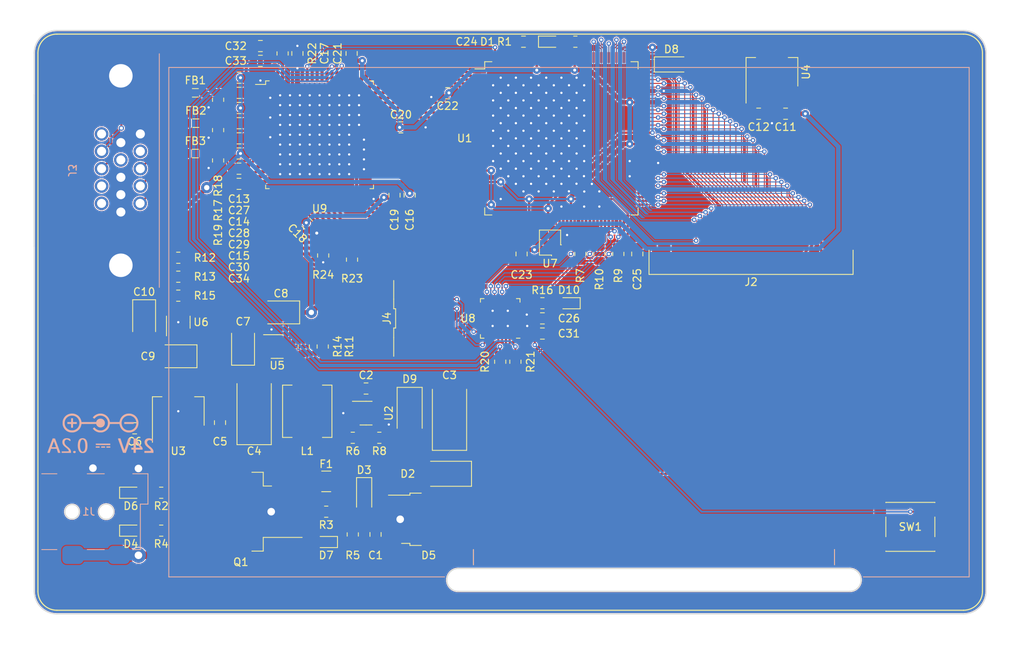
<source format=kicad_pcb>
(kicad_pcb (version 20211232) (generator pcbnew)
  (layers (0 "F.Cu" signal) (31 "B.Cu" signal) (34 "B.Paste" user) (35 "F.Paste" user) (36 "B.SilkS" user "B.Silkscreen") (37 "F.SilkS" user "F.Silkscreen") (38 "B.Mask" user) (39 "F.Mask" user) (44 "Edge.Cuts" user))
  (net 0 "")
  (net 1 "GND")
  (net 2 "+24V")
  (net 3 "+5V")
  (net 4 "Net-(U2-BOOT)")
  (net 5 "Net-(D8-K)")
  (net 6 "Net-(U3-VI)")
  (net 7 "+3V3")
  (net 8 "+1V8")
  (net 9 "+1V2")
  (net 10 "Net-(U9-B0AIN)")
  (net 11 "Net-(C27-Pad1)")
  (net 12 "Net-(U9-G0AIN)")
  (net 13 "Net-(U9-SOGIN0)")
  (net 14 "Net-(U9-R0AIN)")
  (net 15 "Net-(U9-FILT)")
  (net 16 "Net-(U9-REFLO)")
  (net 17 "Net-(U9-REFHI)")
  (net 18 "Net-(D1-A)")
  (net 19 "Net-(D9-K)")
  (net 20 "BLUE")
  (net 21 "GREEN")
  (net 22 "RED")
  (net 23 "disp_BIST")
  (net 24 "disp_DEN")
  (net 25 "disp_VSYNC")
  (net 26 "disp_HSYNC")
  (net 27 "disp_DISP")
  (net 28 "disp_DCLK")
  (net 29 "disp_B7")
  (net 30 "disp_B6")
  (net 31 "disp_B5")
  (net 32 "disp_B4")
  (net 33 "disp_B3")
  (net 34 "disp_B2")
  (net 35 "disp_B1")
  (net 36 "disp_B0")
  (net 37 "disp_G7")
  (net 38 "disp_G6")
  (net 39 "disp_G5")
  (net 40 "disp_G4")
  (net 41 "disp_G3")
  (net 42 "disp_G2")
  (net 43 "disp_G1")
  (net 44 "disp_G0")
  (net 45 "disp_R7")
  (net 46 "disp_R6")
  (net 47 "disp_R5")
  (net 48 "disp_R4")
  (net 49 "disp_R3")
  (net 50 "disp_R2")
  (net 51 "disp_R1")
  (net 52 "disp_R0")
  (net 53 "SWDIO")
  (net 54 "SWCLK")
  (net 55 "Net-(C28-Pad1)")
  (net 56 "prog_RESET")
  (net 57 "prog_DONE")
  (net 58 "Net-(C30-Pad1)")
  (net 59 "SCL")
  (net 60 "SDA")
  (net 61 "VSYNC")
  (net 62 "HSYNC")
  (net 63 "CLAMP")
  (net 64 "Net-(U6-ADJ)")
  (net 65 "Net-(U8-PA0)")
  (net 66 "Net-(D3-A)")
  (net 67 "Net-(Q1-S)")
  (net 68 "Net-(U1A-IOT_82)")
  (net 69 "Net-(U2-FB)")
  (net 70 "Net-(U5-ADJ)")
  (net 88 "prog_SCK")
  (net 89 "prog_SDI")
  (net 90 "prog_SDO")
  (net 102 "CLK")
  (net 109 "OE_FIELD")
  (net 111 "SOGOUT")
  (net 112 "DATACK")
  (net 113 "R7")
  (net 114 "R6")
  (net 115 "R5")
  (net 116 "R4")
  (net 117 "R3")
  (net 118 "R2")
  (net 119 "R1")
  (net 120 "R0")
  (net 121 "G7")
  (net 122 "G6")
  (net 123 "G5")
  (net 124 "G4")
  (net 125 "G3")
  (net 126 "G2")
  (net 131 "G1")
  (net 132 "G0")
  (net 133 "B7")
  (net 134 "B6")
  (net 135 "B5")
  (net 136 "B4")
  (net 137 "B3")
  (net 138 "B2")
  (net 139 "B1")
  (net 140 "B0")
  (net 146 "Net-(U8-PB9)")
  (net 158 "VSYNC0")
  (net 159 "HSYNC0")
  (net 172 "DEBUG_RX")
  (net 173 "DEBUG_TX")
  (net 174 "Net-(D6-A)")
  (net 178 "Net-(D2-A)")
  (net 199 "Net-(D4-K)")
  (net 200 "Net-(D4-A)")
  (net 201 "Net-(D7-A)")
  (net 202 "Net-(D10-A)")
  (net 203 "Net-(C32-Pad2)")
  (footprint "Capacitor_SMD:C_0805_2012Metric" (layer "F.Cu") (at 101.5 74.75)
    (fp_text reference "C30")
    (fp_text value "47n")
  )
  (footprint "Resistor_SMD:R_0805_2012Metric" (layer "F.Cu") (at 116.5 110.25)
    (fp_text reference "R6")
    (fp_text value "33k")
  )
  (footprint "Inductor_SMD:L_0805_2012Metric" (layer "F.Cu") (at 95.75 64.75)
    (fp_text reference "FB1")
    (fp_text value "FR-2508051217Z0")
  )
  (footprint "Resistor_SMD:R_0805_2012Metric" (layer "F.Cu") (at 146.5 86 90)
    (fp_text reference "R7")
    (fp_text value "10k")
  )
  (footprint "Capacitor_SMD:C_0805_2012Metric" (layer "F.Cu") (at 138.75 86 -90)
    (fp_text reference "C23")
    (fp_text value "100n")
  )
  (footprint "Resistor_SMD:R_0805_2012Metric" (layer "F.Cu") (at 116.4 86.75 -90)
    (fp_text reference "R23")
    (fp_text value "10k")
  )
  (footprint "Capacitor_SMD:C_0805_2012Metric" (layer "F.Cu") (at 139 58 180)
    (fp_text reference "C24")
    (fp_text value "100n")
  )
  (footprint "Resistor_SMD:R_0805_2012Metric" (layer "F.Cu") (at 91.25 122.5)
    (fp_text reference "R4")
    (fp_text value "15k")
  )
  (footprint "User:Molex_40POS_0.5mm_0541044031" (layer "F.Cu") (at 169 85.5)
    (fp_text reference "J2")
    (fp_text value "Molex_40POS_0.5mm_0541044031")
  )
  (footprint "Capacitor_Tantalum_SMD:CP_EIA-7343-31_Kemet-D" (layer "F.Cu") (at 103.5 106.75 90)
    (fp_text reference "C4")
    (fp_text value "10u")
  )
  (footprint "LED_SMD:LED_0603_1608Metric" (layer "F.Cu") (at 87.25 122.5)
    (fp_text reference "D4")
    (fp_text value "LED")
  )
  (footprint "Capacitor_SMD:C_0805_2012Metric" (layer "F.Cu") (at 129 64.8 180)
    (fp_text reference "C22")
    (fp_text value "100n")
  )
  (footprint "Resistor_SMD:R_0805_2012Metric" (layer "F.Cu") (at 112.6 86.2 -90)
    (fp_text reference "R24")
    (fp_text value "10k")
  )
  (footprint "Button_Switch_SMD:SW_SPST_PTS645" (layer "F.Cu") (at 189.994 122)
    (fp_text reference "SW1")
    (fp_text value "SW_Push")
  )
  (footprint "Inductor_SMD:L_0805_2012Metric" (layer "F.Cu") (at 95.8125 68.75)
    (fp_text reference "FB2")
    (fp_text value "FR-2508051217Z0")
  )
  (footprint "Capacitor_SMD:C_0805_2012Metric" (layer "F.Cu") (at 110.5 82 -45)
    (fp_text reference "C18")
    (fp_text value "100n")
  )
  (footprint "User:SIT8008xx-1x" (layer "F.Cu") (at 142.5 84.5 90)
    (fp_text reference "U7")
    (fp_text value "SIT_clk")
  )
  (footprint "Resistor_SMD:R_0805_2012Metric" (layer "F.Cu") (at 107.25 59.55 -90)
    (fp_text reference "R22")
    (fp_text value "1k5")
  )
  (footprint "Package_TO_SOT_SMD:SOT-223" (layer "F.Cu") (at 171.75 62 90)
    (fp_text reference "U4")
    (fp_text value "AZ1117-1.2")
  )
  (footprint "Capacitor_SMD:C_0805_2012Metric" (layer "F.Cu") (at 101.5 76.75)
    (fp_text reference "C34")
    (fp_text value "10u")
  )
  (footprint "Capacitor_SMD:C_0805_2012Metric" (layer "F.Cu") (at 99 108.25 90)
    (fp_text reference "C5")
    (fp_text value "10u")
  )
  (footprint "Capacitor_SMD:C_0805_2012Metric" (layer "F.Cu") (at 87.75 109 180)
    (fp_text reference "C6")
    (fp_text value "22u")
  )
  (footprint "User:IHLP2525CZER220M11" (layer "F.Cu") (at 110.5 106.75 -90)
    (fp_text reference "L1")
    (fp_text value "22u")
  )
  (footprint "Capacitor_Tantalum_SMD:CP_EIA-7343-31_Kemet-D" (layer "F.Cu") (at 129.25 107.5 90)
    (fp_text reference "C3")
    (fp_text value "4u7")
  )
  (footprint "Capacitor_SMD:C_0805_2012Metric" (layer "F.Cu") (at 122 78.25 90)
    (fp_text reference "C19")
    (fp_text value "100n")
  )
  (footprint "Capacitor_SMD:C_0805_2012Metric" (layer "F.Cu") (at 104.325 58.575)
    (fp_text reference "C32")
    (fp_text value "82n")
  )
  (footprint "Capacitor_SMD:C_0805_2012Metric" (layer "F.Cu") (at 124 78.25 -90)
    (fp_text reference "C16")
    (fp_text value "100n")
  )
  (footprint "Resistor_SMD:R_0805_2012Metric" (layer "F.Cu") (at 93.5 86.5)
    (fp_text reference "R12")
    (fp_text value "10k")
  )
  (footprint "Resistor_SMD:R_0805_2012Metric" (layer "F.Cu") (at 149 86 90)
    (fp_text reference "R10")
    (fp_text value "10k")
  )
  (footprint "Package_QFP:TQFP-144_20x20mm_P0.5mm" (layer "F.Cu") (at 144 70.75)
    (fp_text reference "U1")
    (fp_text value "ICE40HX1K-TQ144")
  )
  (footprint "LED_SMD:LED_0603_1608Metric" (layer "F.Cu") (at 142.4625 58)
    (fp_text reference "D1")
    (fp_text value "LED")
  )
  (footprint "User:SAMTECH-FTSH-107-01-F-DV-K" (layer "F.Cu") (at 126 94.5)
    (fp_text reference "J4")
    (fp_text value "Conn_01x14")
  )
  (footprint "Package_TO_SOT_SMD:SOT-223" (layer "F.Cu") (at 93.5 106.75 90)
    (fp_text reference "U3")
    (fp_text value "AZ1117-5.0")
  )
  (footprint "Package_TO_SOT_SMD:SOT-23-6" (layer "F.Cu") (at 118.25 107)
    (fp_text reference "U2")
    (fp_text value "RT6200")
  )
  (footprint "Fuse:Fuse_1210_3225Metric" (layer "F.Cu") (at 113 116)
    (fp_text reference "F1")
    (fp_text value "Fuse_Small")
  )
  (footprint "Capacitor_SMD:C_0805_2012Metric" (layer "F.Cu") (at 173.55 67.5 180)
    (fp_text reference "C11")
    (fp_text value "10u")
  )
  (footprint "Resistor_SMD:R_0805_2012Metric" (layer "F.Cu") (at 98.75 69.6625 -90)
    (fp_text reference "R18")
    (fp_text value "75")
  )
  (footprint "Resistor_SMD:R_0805_2012Metric" (layer "F.Cu") (at 98.75 65.6625 -90)
    (fp_text reference "R17")
    (fp_text value "75")
  )
  (footprint "Resistor_SMD:R_0805_2012Metric" (layer "F.Cu") (at 137.934 100.215 90)
    (fp_text reference "R21")
    (fp_text value "4k7")
  )
  (footprint "Capacitor_SMD:C_0805_2012Metric" (layer "F.Cu") (at 109.2 59.55 90)
    (fp_text reference "C17")
    (fp_text value "100n")
  )
  (footprint "Capacitor_SMD:C_0805_2012Metric" (layer "F.Cu") (at 141.494 94.5)
    (fp_text reference "C26")
    (fp_text value "100n")
  )
  (footprint "Package_TO_SOT_SMD:TO-263-2" (layer "F.Cu") (at 101.75 120 180)
    (fp_text reference "Q1")
    (fp_text value "Q_PMOS_GDS")
  )
  (footprint "Capacitor_SMD:C_0805_2012Metric" (layer "F.Cu") (at 101.5 68.75)
    (fp_text reference "C28")
    (fp_text value "47n")
  )
  (footprint "Inductor_SMD:L_0805_2012Metric" (layer "F.Cu") (at 95.75 72.75)
    (fp_text reference "FB3")
    (fp_text value "FR-2508051217Z0")
  )
  (footprint "Resistor_SMD:R_0805_2012Metric" (layer "F.Cu") (at 91.25 117.5 180)
    (fp_text reference "R2")
    (fp_text value "15k")
  )
  (footprint "Diode_SMD:D_SOD-123" (layer "F.Cu") (at 118 117.75 -90)
    (fp_text reference "D3")
    (fp_text value "D_Zener_Filled")
  )
  (footprint "Capacitor_Tantalum_SMD:CP_EIA-3528-21_Kemet-B" (layer "F.Cu") (at 107.0375 93.7125 180)
    (fp_text reference "C8")
    (fp_text value "1u")
  )
  (footprint "Resistor_SMD:R_0805_2012Metric" (layer "F.Cu") (at 145.8375 58 180)
    (fp_text reference "R1")
    (fp_text value "5k")
  )
  (footprint "Capacitor_SMD:C_0805_2012Metric" (layer "F.Cu") (at 170 67.5)
    (fp_text reference "C12")
    (fp_text value "22u")
  )
  (footprint "Resistor_SMD:R_0805_2012Metric" (layer "F.Cu") (at 116.5 123 -90)
    (fp_text reference "R5")
    (fp_text value "1k")
  )
  (footprint "Capacitor_SMD:C_0805_2012Metric" (layer "F.Cu") (at 116.35 59.55 90)
    (fp_text reference "C21")
    (fp_text value "100n")
  )
  (footprint "Diode_SMD:D_SMA" (layer "F.Cu") (at 124 107 -90)
    (fp_text reference "D9")
    (fp_text value "B250A")
  )
  (footprint "Resistor_SMD:R_0805_2012Metric" (layer "F.Cu") (at 110.0375 98.2125 90)
    (fp_text reference "R14")
    (fp_text value "4k7")
  )
  (footprint "Capacitor_SMD:C_0805_2012Metric" (layer "F.Cu") (at 101.5 70.75)
    (fp_text reference "C29")
    (fp_text value "47n")
  )
  (footprint "Capacitor_SMD:C_0805_2012Metric" (layer "F.Cu") (at 154 86 -90)
    (fp_text reference "C25")
    (fp_text value "100n")
  )
  (footprint "Package_TO_SOT_SMD:SOT-23-5" (layer "F.Cu") (at 106.5375 98.2125)
    (fp_text reference "U5")
    (fp_text value "AP7335")
  )
  (footprint "Capacitor_SMD:C_0805_2012Metric" (layer "F.Cu") (at 118.25 103.75)
    (fp_text reference "C2")
    (fp_text value "10n")
  )
  (footprint "Capacitor_SMD:C_0805_2012Metric" (layer "F.Cu") (at 101.5 72.75 180)
    (fp_text reference "C15")
    (fp_text value "100n")
  )
  (footprint "Capacitor_Tantalum_SMD:CP_EIA-3528-21_Kemet-B" (layer "F.Cu") (at 89 94.5 -90)
    (fp_text reference "C10")
    (fp_text value "1u")
  )
  (footprint "Diode_SMD:D_SOD-123" (layer "F.Cu") (at 158.5 61)
    (fp_text reference "D8")
    (fp_text value "D_Small_Filled")
  )
  (footprint "Capacitor_SMD:C_0805_2012Metric" (layer "F.Cu") (at 101.5 64.75)
    (fp_text reference "C27")
    (fp_text value "47n")
  )
  (footprint "Resistor_SMD:R_0805_2012Metric" (layer "F.Cu") (at 113 120 180)
    (fp_text reference "R3")
    (fp_text value "15k")
  )
  (footprint "Resistor_SMD:R_0805_2012Metric" (layer "F.Cu") (at 98.75 73.6625 -90)
    (fp_text reference "R19")
    (fp_text value "75")
  )
  (footprint "LED_SMD:LED_0603_1608Metric" (layer "F.Cu") (at 113 124 180)
    (fp_text reference "D7")
    (fp_text value "LED")
  )
  (footprint "Capacitor_SMD:C_0805_2012Metric" (layer "F.Cu") (at 141.494 96.5)
    (fp_text reference "C31")
    (fp_text value "100n")
  )
  (footprint "Capacitor_SMD:C_0805_2012Metric" (layer "F.Cu") (at 122.85 69.3)
    (fp_text reference "C20")
    (fp_text value "100n")
  )
  (footprint "Capacitor_SMD:C_0805_2012Metric" (layer "F.Cu") (at 119.5 123 -90)
    (fp_text reference "C1")
    (fp_text value "1n")
  )
  (footprint "Package_QFP:LQFP-80_14x14mm_P0.65mm" (layer "F.Cu") (at 112.125 70.275)
    (fp_text reference "U9")
    (fp_text value "AD9983A")
  )
  (footprint "Capacitor_SMD:C_0805_2012Metric" (layer "F.Cu") (at 101.5 62.75 180)
    (fp_text reference "C13")
    (fp_text value "100n")
  )
  (footprint "Package_TO_SOT_SMD:TO-252-2" (layer "F.Cu") (at 126.5 121)
    (fp_text reference "D5")
    (fp_text value "Q_SCR_KAG")
  )
  (footprint "Resistor_SMD:R_0805_2012Metric" (layer "F.Cu") (at 93.5 89)
    (fp_text reference "R13")
    (fp_text value "10k")
  )
  (footprint "Capacitor_Tantalum_SMD:CP_EIA-3528-21_Kemet-B" (layer "F.Cu") (at 102.0375 98.2125 90)
    (fp_text reference "C7")
    (fp_text value "1u")
  )
  (footprint "Package_TO_SOT_SMD:SOT-23-5" (layer "F.Cu") (at 93.5 95 90)
    (fp_text reference "U6")
    (fp_text value "AP7335")
  )
  (footprint "Diode_SMD:D_SMA" (layer "F.Cu") (at 128.75 115 180)
    (fp_text reference "D2")
    (fp_text value "SL34AFL-TP")
  )
  (footprint "Resistor_SMD:R_0805_2012Metric" (layer "F.Cu") (at 120 110.25)
    (fp_text reference "R8")
    (fp_text value "4k7")
  )
  (footprint "Resistor_SMD:R_0805_2012Metric" (layer "F.Cu") (at 141.494 92.5)
    (fp_text reference "R16")
    (fp_text value "5k")
  )
  (footprint "Resistor_SMD:R_0805_2012Metric" (layer "F.Cu") (at 135.934 100.215 90)
    (fp_text reference "R20")
    (fp_text value "4k7")
  )
  (footprint "Resistor_SMD:R_0805_2012Metric" (layer "F.Cu") (at 151.5 86 -90)
    (fp_text reference "R9")
    (fp_text value "10k")
  )
  (footprint "Package_DFN_QFN:QFN-32-1EP_5x5mm_P0.5mm_EP3.45x3.45mm" (layer "F.Cu") (at 135.934 94.5 180)
    (fp_text reference "U8")
    (fp_text value "STM32G051K8Ux")
  )
  (footprint "Resistor_SMD:R_0805_2012Metric" (layer "F.Cu") (at 93.5 91.5 180)
    (fp_text reference "R15")
    (fp_text value "4k")
  )
  (footprint "Capacitor_SMD:C_0805_2012Metric" (layer "F.Cu") (at 101.5 66.75 180)
    (fp_text reference "C14")
    (fp_text value "100n")
  )
  (footprint "Capacitor_Tantalum_SMD:CP_EIA-3528-21_Kemet-B" (layer "F.Cu") (at 93.5 99.5 180)
    (fp_text reference "C9")
    (fp_text value "1u")
  )
  (footprint "LED_SMD:LED_0603_1608Metric" (layer "F.Cu") (at 144.994 92.5 180)
    (fp_text reference "D10")
    (fp_text value "LED")
  )
  (footprint "Capacitor_SMD:C_0805_2012Metric" (layer "F.Cu") (at 104.325 60.525)
    (fp_text reference "C33")
    (fp_text value "8n2")
  )
  (footprint "LED_SMD:LED_0603_1608Metric" (layer "F.Cu") (at 87.25 117.5)
    (fp_text reference "D6")
    (fp_text value "LED")
  )
  (footprint "Resistor_SMD:R_0805_2012Metric" (layer "F.Cu") (at 112.5375 98.2125 -90)
    (fp_text reference "R11")
    (fp_text value "15k")
  )
  (footprint "LOGO" (layer "B.Cu") (at 83.25 108.3 180)
    (fp_text reference "G***" hide)
    (fp_text value "LOGO" hide)
  )
  (footprint "LOGO" (layer "B.Cu") (at 83.25 111.3 180)
    (fp_text reference "G***" hide)
    (fp_text value "LOGO" hide)
  )
  (footprint "User:Barrel PJ-002BH-SMT-TR" (layer "B.Cu") (at 82 120)
    (fp_text reference "J1")
    (fp_text value "Barrel_Jack_Switch")
    (fp_circle (center -2.5 0) (end -1.55 0) (stroke (width 0.12)) (fill none) (layer "Edge.Cuts"))
    (fp_circle (center 2 0) (end 3 0) (stroke (width 0.12)) (fill none) (layer "Edge.Cuts"))
  )
  (footprint "User:NHD-4.3-800480CF" (layer "B.Cu") (at 145 95 180)
    (fp_text reference "REF**" hide)
    (fp_text value "NHD-4.3-800480CF" hide)
    (fp_line (start -37 -35.5) (end 14.6 -35.5) (stroke (width 0.12)) (layer "Edge.Cuts"))
    (fp_line (start -37 -32.5) (end 14.6 -32.5) (stroke (width 0.12)) (layer "Edge.Cuts"))
    (fp_arc (start -37 -32.5) (mid -38.5 -34) (end -37 -35.5) (stroke (width 0.12)) (layer "Edge.Cuts"))
    (fp_arc (start 14.6 -35.5) (mid 16.1 -34) (end 14.6 -32.5) (stroke (width 0.12)) (layer "Edge.Cuts"))
  )
  (footprint "User:VGA 10090926-P154XLF" (layer "B.Cu") (at 74.5 75 -90)
    (fp_text reference "J3")
    (fp_text value "DB15_Female_HighDensity_MountingHoles")
    (fp_line (start -10 0) (end 10 0) (stroke (width 0.12)) (layer "Edge.Cuts"))
  )
  (gr_arc (start 75 59.5) (mid 75.732233 57.732233) (end 77.5 57) (stroke (width 0.15)) (layer "F.SilkS"))
  (gr_line (start 75 130.5) (end 75 59.5) (stroke (width 0.15)) (layer "F.SilkS"))
  (gr_line (start 77.5 57) (end 197 57) (stroke (width 0.15)) (layer "F.SilkS"))
  (gr_line (start 197 133) (end 77.5 133) (stroke (width 0.15)) (layer "F.SilkS"))
  (gr_arc (start 199.5 130.5) (mid 198.767767 132.267767) (end 197 133) (stroke (width 0.15)) (layer "F.SilkS"))
  (gr_line (start 199.5 130.5) (end 199.5 59.5) (stroke (width 0.15)) (layer "F.SilkS"))
  (gr_arc (start 197 57) (mid 198.767767 57.732233) (end 199.5 59.5) (stroke (width 0.15)) (layer "F.SilkS"))
  (gr_arc (start 77.5 133) (mid 75.732233 132.267767) (end 75 130.5) (stroke (width 0.15)) (layer "F.SilkS"))
  (gr_line (start 197 56.5) (end 77.5 56.5) (stroke (width 0.1)) (layer "Edge.Cuts"))
  (gr_line (start 200 130.5) (end 200 59.5) (stroke (width 0.1)) (layer "Edge.Cuts"))
  (gr_line (start 77.5 133.5) (end 197 133.5) (stroke (width 0.1)) (layer "Edge.Cuts"))
  (gr_arc (start 197 56.5) (mid 199.12132 57.37868) (end 200 59.5) (stroke (width 0.1)) (layer "Edge.Cuts"))
  (gr_line (start 74.5 65) (end 74.5 59.5) (stroke (width 0.1)) (layer "Edge.Cuts"))
  (gr_arc (start 77.5 133.5) (mid 75.37868 132.62132) (end 74.5 130.5) (stroke (width 0.1)) (layer "Edge.Cuts"))
  (gr_arc (start 74.5 59.5) (mid 75.37868 57.37868) (end 77.5 56.5) (stroke (width 0.1)) (layer "Edge.Cuts"))
  (gr_arc (start 200 130.5) (mid 199.12132 132.62132) (end 197 133.5) (stroke (width 0.1)) (layer "Edge.Cuts"))
  (gr_line (start 74.5 85) (end 74.5 130.5) (stroke (width 0.1)) (layer "Edge.Cuts"))
  (via (at 109.525 65.075) (size 0.6) (drill 0.3) (layers "F.Cu" "B.Cu") (net 1))
  (via (at 113.425 71.575) (size 0.6) (drill 0.3) (layers "F.Cu" "B.Cu") (net 1))
  (via (at 149 79.75) (size 0.6) (drill 0.3) (layers "F.Cu" "B.Cu") (net 1))
  (via (at 116.025 75.475) (size 0.6) (drill 0.3) (layers "F.Cu" "B.Cu") (net 1))
  (via (at 140 72.75) (size 0.6) (drill 0.3) (layers "F.Cu" "B.Cu") (net 1))
  (via (at 115.25 107) (size 0.6) (drill 0.3) (layers "F.Cu" "B.Cu") (net 1))
  (via (at 143 69.75) (size 0.6) (drill 0.3) (layers "F.Cu" "B.Cu") (net 1))
  (via (at 141 65.75) (size 0.6) (drill 0.3) (layers "F.Cu" "B.Cu") (net 1))
  (via (at 117.325 68.975) (size 0.6) (drill 0.3) (layers "F.Cu" "B.Cu") (net 1))
  (via (at 145 67.75) (size 0.6) (drill 0.3) (layers "F.Cu" "B.Cu") (net 1))
  (via (at 113.425 72.875) (size 0.6) (drill 0.3) (layers "F.Cu" "B.Cu") (net 1))
  (via (at 141 73.75) (size 0.6) (drill 0.3) (layers "F.Cu" "B.Cu") (net 1))
  (via (at 116.025 66.375) (size 0.6) (drill 0.3) (layers "F.Cu" "B.Cu") (net 1))
  (via (at 146 66.75) (size 0.6) (drill 0.3) (layers "F.Cu" "B.Cu") (net 1))
  (via (at 136 74.75) (size 0.6) (drill 0.3) (layers "F.Cu" "B.Cu") (net 1))
  (via (at 144 64.75) (size 0.6) (drill 0.3) (layers "F.Cu" "B.Cu") (net 1))
  (via (at 142 76.75) (size 0.6) (drill 0.3) (layers "F.Cu" "B.Cu") (net 1))
  (via (at 116.025 67.675) (size 0.6) (drill 0.3) (layers "F.Cu" "B.Cu") (net 1))
  (via (at 114.725 71.575) (size 0.6) (drill 0.3) (layers "F.Cu" "B.Cu") (net 1))
  (via (at 109.525 70.275) (size 0.6) (drill 0.3) (layers "F.Cu" "B.Cu") (net 1))
  (via (at 116.025 70.275) (size 0.6) (drill 0.3) (layers "F.Cu" "B.Cu") (net 1))
  (via (at 143 67.75) (size 0.6) (drill 0.3) (layers "F.Cu" "B.Cu") (net 1))
  (via (at 105.75 120) (size 2) (drill 1) (layers "F.Cu" "B.Cu") (net 1))
  (via (at 121.25 108.5) (size 0.6) (drill 0.3) (layers "F.Cu" "B.Cu") (net 1))
  (via (at 97.5 70.6625) (size 0.6) (drill 0.3) (layers "F.Cu" "B.Cu") (net 1))
  (via (at 114.725 68.975) (size 0.6) (drill 0.3) (layers "F.Cu" "B.Cu") (net 1))
  (via (at 146 68.75) (size 0.6) (drill 0.3) (layers "F.Cu" "B.Cu") (net 1))
  (via (at 145 65.75) (size 0.6) (drill 0.3) (layers "F.Cu" "B.Cu") (net 1))
  (via (at 139 75.75) (size 0.6) (drill 0.3) (layers "F.Cu" "B.Cu") (net 1))
  (via (at 144 66.75) (size 0.6) (drill 0.3) (layers "F.Cu" "B.Cu") (net 1))
  (via (at 116.025 65.075) (size 0.6) (drill 0.3) (layers "F.Cu" "B.Cu") (net 1))
  (via (at 113.425 68.975) (size 0.6) (drill 0.3) (layers "F.Cu" "B.Cu") (net 1))
  (via (at 135 63.75) (size 0.6) (drill 0.3) (layers "F.Cu" "B.Cu") (net 1))
  (via (at 135 69.75) (size 0.6) (drill 0.3) (layers "F.Cu" "B.Cu") (net 1))
  (via (at 144 72.75) (size 0.6) (drill 0.3) (layers "F.Cu" "B.Cu") (net 1))
  (via (at 146 72.75) (size 0.6) (drill 0.3) (layers "F.Cu" "B.Cu") (net 1))
  (via (at 138 64.75) (size 0.6) (drill 0.3) (layers "F.Cu" "B.Cu") (net 1))
  (via (at 136 64.75) (size 0.6) (drill 0.3) (layers "F.Cu" "B.Cu") (net 1))
  (via (at 136 62.75) (size 0.6) (drill 0.3) (layers "F.Cu" "B.Cu") (net 1))
  (via (at 112.125 75.475) (size 0.6) (drill 0.3) (layers "F.Cu" "B.Cu") (net 1))
  (via (at 114.725 65.075) (size 0.6) (drill 0.3) (layers "F.Cu" "B.Cu") (net 1))
  (via (at 139 63.75) (size 0.6) (drill 0.3) (layers "F.Cu" "B.Cu") (net 1))
  (via (at 141 67.75) (size 0.6) (drill 0.3) (layers "F.Cu" "B.Cu") (net 1))
  (via (at 106.925 65.075) (size 0.6) (drill 0.3) (layers "F.Cu" "B.Cu") (net 1))
  (via (at 116.025 74.175) (size 0.6) (drill 0.3) (layers "F.Cu" "B.Cu") (net 1))
  (via (at 116.025 71.575) (size 0.6) (drill 0.3) (layers "F.Cu" "B.Cu") (net 1))
  (via (at 139 69.75) (size 0.6) (drill 0.3) (layers "F.Cu" "B.Cu") (net 1))
  (via (at 145 71.75) (size 0.6) (drill 0.3) (layers "F.Cu" "B.Cu") (net 1))
  (via (at 110.825 74.175) (size 0.6) (drill 0.3) (layers "F.Cu" "B.Cu") (net 1))
  (via (at 109.2 61.5) (size 0.6) (drill 0.3) (layers "F.Cu" "B.Cu") (net 1))
  (via (at 112.125 74.175) (size 0.6) (drill 0.3) (layers "F.Cu" "B.Cu") (net 1))
  (via (at 126.1 69.3) (size 0.6) (drill 0.3) (layers "F.Cu" "B.Cu") (net 1))
  (via (at 136 70.75) (size 0.6) (drill 0.3) (layers "F.Cu" "B.Cu") (net 1))
  (via (at 135 65.75) (size 0.6) (drill 0.3) (layers "F.Cu" "B.Cu") (net 1))
  (via (at 109.525 68.975) (size 0.6) (drill 0.3) (layers "F.Cu" "B.Cu") (net 1))
  (via (at 108.225 68.975) (size 0.6) (drill 0.3) (layers "F.Cu" "B.Cu") (net 1))
  (via (at 112.125 67.675) (size 0.6) (drill 0.3) (layers "F.Cu" "B.Cu") (net 1))
  (via (at 142 70.75) (size 0.6) (drill 0.3) (layers "F.Cu" "B.Cu") (net 1))
  (via (at 113.425 65.075) (size 0.6) (drill 0.3) (layers "F.Cu" "B.Cu") (net 1))
  (via (at 140 64.75) (size 0.6) (drill 0.3) (layers "F.Cu" "B.Cu") (net 1))
  (via (at 146 70.75) (size 0.6) (drill 0.3) (layers "F.Cu" "B.Cu") (net 1))
  (via (at 114.725 75.475) (size 0.6) (drill 0.3) (layers "F.Cu" "B.Cu") (net 1))
  (via (at 82.25 114.25) (size 2) (drill 1) (layers "F.Cu" "B.Cu") (net 1))
  (via (at 114.725 72.875) (size 0.6) (drill 0.3) (layers "F.Cu" "B.Cu") (net 1))
  (via (at 139 77.75) (size 0.6) (drill 0.3) (layers "F.Cu" "B.Cu") (net 1))
  (via (at 116.025 72.875) (size 0.6) (drill 0.3) (layers "F.Cu" "B.Cu") (net 1))
  (via (at 137 71.75) (size 0.6) (drill 0.3) (layers "F.Cu" "B.Cu") (net 1))
  (via (at 147 73.75) (size 0.6) (drill 0.3) (layers "F.Cu" "B.Cu") (net 1))
  (via (at 110.825 75.475) (size 0.6) (drill 0.3) (layers "F.Cu" "B.Cu") (net 1))
  (via (at 145 75.75) (size 0.6) (drill 0.3) (layers "F.Cu" "B.Cu") (net 1))
  (via (at 108.225 67.675) (size 0.6) (drill 0.3) (layers "F.Cu" "B.Cu") (net 1))
  (via (at 113.425 66.375) (size 0.6) (drill 0.3) (layers "F.Cu" "B.Cu") (net 1))
  (via (at 147 67.75) (size 0.6) (drill 0.3) (layers "F.Cu" "B.Cu") (net 1))
  (via (at 147.013714 77.763714) (size 0.6) (drill 0.3) (layers "F.Cu" "B.Cu") (net 1))
  (via (at 97.5 66.6625) (size 0.6) (drill 0.3) (layers "F.Cu" "B.Cu") (net 1))
  (via (at 110.825 67.675) (size 0.6) (drill 0.3) (layers "F.Cu" "B.Cu") (net 1))
  (via (at 114.725 67.675) (size 0.6) (drill 0.3) (layers "F.Cu" "B.Cu") (net 1))
  (via (at 141 71.75) (size 0.6) (drill 0.3) (layers "F.Cu" "B.Cu") (net 1))
  (via (at 143 65.75) (size 0.6) (drill 0.3) (layers "F.Cu" "B.Cu") (net 1))
  (via (at 110.825 65.075) (size 0.6) (drill 0.3) (layers "F.Cu" "B.Cu") (net 1))
  (via (at 114.725 74.175) (size 0.6) (drill 0.3) (layers "F.Cu" "B.Cu") (net 1))
  (via (at 134.934 93.5) (size 0.6) (drill 0.3) (layers "F.Cu" "B.Cu") (net 1))
  (via (at 105.625 65.4) (size 0.6) (drill 0.3) (layers "F.Cu" "B.Cu") (net 1))
  (via (at 171.75 68.75) (size 0.6) (drill 0.3) (layers "F.Cu" "B.Cu") (net 1))
  (via (at 144 62.75) (size 0.6) (drill 0.3) (layers "F.Cu" "B.Cu") (net 1))
  (via (at 112.125 68.975) (size 0.6) (drill 0.3) (layers "F.Cu" "B.Cu") (net 1))
  (via (at 144.75 83.5) (size 0.6) (drill 0.3) (layers "F.Cu" "B.Cu") (net 1))
  (via (at 109.525 71.575) (size 0.6) (drill 0.3) (layers "F.Cu" "B.Cu") (net 1))
  (via (at 146.972574 75.736288) (size 0.6) (drill 0.3) (layers "F.Cu" "B.Cu") (net 1))
  (via (at 108.225 65.075) (size 0.6) (drill 0.3) (layers "F.Cu" "B.Cu") (net 1))
  (via (at 138 72.75) (size 0.6) (drill 0.3) (layers "F.Cu" "B.Cu") (net 1))
  (via (at 108.225 70.275) (size 0.6) (drill 0.3) (layers "F.Cu" "B.Cu") (net 1))
  (via (at 117.325 67.675) (size 0.6) (drill 0.3) (layers "F.Cu" "B.Cu") (net 1))
  (via (at 139 65.75) (size 0.6) (drill 0.3) (layers "F.Cu" "B.Cu") (net 1))
  (via (at 140 66.75) (size 0.6) (drill 0.3) (layers "F.Cu" "B.Cu") (net 1))
  (via (at 138 76.75) (size 0.6) (drill 0.3) (layers "F.Cu" "B.Cu") (net 1))
  (via (at 140 74.75) (size 0.6) (drill 0.3) (layers "F.Cu" "B.Cu") (net 1))
  (via (at 106.925 68.975) (size 0.6) (drill 0.3) (layers "F.Cu" "B.Cu") (net 1))
  (via (at 147 71.75) (size 0.6) (drill 0.3) (layers "F.Cu" "B.Cu") (net 1))
  (via (at 109.525 74.175) (size 0.6) (drill 0.3) (layers "F.Cu" "B.Cu") (net 1))
  (via (at 106.925 75.475) (size 0.6) (drill 0.3) (layers "F.Cu" "B.Cu") (net 1))
  (via (at 93.5 106.75) (size 0.6) (drill 0.3) (layers "F.Cu" "B.Cu") (net 1))
  (via (at 142 74.75) (size 0.6) (drill 0.3) (layers "F.Cu" "B.Cu") (net 1))
  (via (at 146 62.75) (size 0.6) (drill 0.3) (layers "F.Cu" "B.Cu") (net 1))
  (via (at 149 77.75) (size 0.6) (drill 0.3) (layers "F.Cu" "B.Cu") (net 1))
  (via (at 135 67.75) (size 0.6) (drill 0.3) (layers "F.Cu" "B.Cu") (net 1))
  (via (at 117.975 72.225) (size 0.6) (drill 0.3) (layers "F.Cu" "B.Cu") (net 1))
  (via (at 122.75 121) (size 2) (drill 1) (layers "F.Cu" "B.Cu") (net 1))
  (via (at 106.925 70.275) (size 0.6) (drill 0.3) (layers "F.Cu" "B.Cu") (net 1))
  (via (at 93.5 95) (size 0.6) (drill 0.3) (layers "F.Cu" "B.Cu") (net 1))
  (via (at 117.975 73.525) (size 0.6) (drill 0.3) (layers "F.Cu" "B.Cu") (net 1))
  (via (at 139 67.75) (size 0.6) (drill 0.3) (layers "F.Cu" "B.Cu") (net 1))
  (via (at 106.925 72.875) (size 0.6) (drill 0.3) (layers "F.Cu" "B.Cu") (net 1))
  (via (at 139 71.75) (size 0.6) (drill 0.3) (layers "F.Cu" "B.Cu") (net 1))
  (via (at 117.325 66.375) (size 0.6) (drill 0.3) (layers "F.Cu" "B.Cu") (net 1))
  (via (at 114.725 66.375) (size 0.6) (drill 0.3) (layers "F.Cu" "B.Cu") (net 1))
  (via (at 108.225 72.875) (size 0.6) (drill 0.3) (layers "F.Cu" "B.Cu") (net 1))
  (via (at 140 76.75) (size 0.6) (drill 0.3) (layers "F.Cu" "B.Cu") (net 1))
  (via (at 145 69.75) (size 0.6) (drill 0.3) (layers "F.Cu" "B.Cu") (net 1))
  (via (at 144 70.75) (size 0.6) (drill 0.3) (layers "F.Cu" "B.Cu") (net 1))
  (via (at 137 69.75) (size 0.6) (drill 0.3) (layers "F.Cu" "B.Cu") (net 1))
  (via (at 105.625 68) (size 0.6) (drill 0.3) (layers "F.Cu" "B.Cu") (net 1))
  (via (at 141 75.75) (size 0.6) (drill 0.3) (layers "F.Cu" "B.Cu") (net 1))
  (via (at 134.934 95.5) (size 0.6) (drill 0.3) (layers "F.Cu" "B.Cu") (net 1))
  (via (at 146 74.75) (size 0.6) (drill 0.3) (layers "F.Cu" "B.Cu") (net 1))
  (via (at 109.2 58.55) (size 0.6) (drill 0.3) (layers "F.Cu" "B.Cu") (net 1))
  (via (at 140 70.75) (size 0.6) (drill 0.3) (layers "F.Cu" "B.Cu") (net 1))
  (via (at 148.013714 76.763714) (size 0.6) (drill 0.3) (layers "F.Cu" "B.Cu") (net 1))
  (via (at 147 63.75) (size 0.6) (drill 0.3) (layers "F.Cu" "B.Cu") (net 1))
  (via (at 110.825 66.375) (size 0.6) (drill 0.3) (layers "F.Cu" "B.Cu") (net 1))
  (via (at 104.325 63.125) (size 0.6) (drill 0.3) (layers "F.Cu" "B.Cu") (net 1))
  (via (at 143 63.75) (size 0.6) (drill 0.3) (layers "F.Cu" "B.Cu") (net 1))
  (via (at 112.125 72.875) (size 0.6) (drill 0.3) (layers "F.Cu" "B.Cu") (net 1))
  (via (at 110.825 72.875) (size 0.6) (drill 0.3) (layers "F.Cu" "B.Cu") (net 1))
  (via (at 147 69.75) (size 0.6) (drill 0.3) (layers "F.Cu" "B.Cu") (net 1))
  (via (at 108.225 71.575) (size 0.6) (drill 0.3) (layers "F.Cu" "B.Cu") (net 1))
  (via (at 106.925 67.675) (size 0.6) (drill 0.3) (layers "F.Cu" "B.Cu") (net 1))
  (via (at 106.925 71.575) (size 0.6) (drill 0.3) (layers "F.Cu" "B.Cu") (net 1))
  (via (at 138 74.75) (size 0.6) (drill 0.3) (layers "F.Cu" "B.Cu") (net 1))
  (via (at 156.75 74) (size 0.6) (drill 0.3) (layers "F.Cu" "B.Cu") (net 1))
  (via (at 110.825 70.275) (size 0.6) (drill 0.3) (layers "F.Cu" "B.Cu") (net 1))
  (via (at 138 68.75) (size 0.6) (drill 0.3) (layers "F.Cu" "B.Cu") (net 1))
  (via (at 117.975 74.825) (size 0.6) (drill 0.3) (layers "F.Cu" "B.Cu") (net 1))
  (via (at 112.125 70.275) (size 0.6) (drill 0.3) (layers "F.Cu" "B.Cu") (net 1))
  (via (at 112.125 65.075) (size 0.6) (drill 0.3) (layers "F.Cu" "B.Cu") (net 1))
  (via (at 142 62.75) (size 0.6) (drill 0.3) (layers "F.Cu" "B.Cu") (net 1))
  (via (at 141 69.75) (size 0.6) (drill 0.3) (layers "F.Cu" "B.Cu") (net 1))
  (via (at 119.25 78.75) (size 0.6) (drill 0.3) (layers "F.Cu" "B.Cu") (net 1))
  (via (at 136 66.75) (size 0.6) (drill 0.3) (layers "F.Cu" "B.Cu") (net 1))
  (via (at 143 71.75) (size 0.6) (drill 0.3) (layers "F.Cu" "B.Cu") (net 1))
  (via (at 145.986286 76.736286) (size 0.6) (drill 0.3) (layers "F.Cu" "B.Cu") (net 1))
  (via (at 143 77.75) (size 0.6) (drill 0.3) (layers "F.Cu" "B.Cu") (net 1))
  (via (at 88.25 114.3) (size 2) (drill 1) (layers "F.Cu" "B.Cu") (net 1))
  (via (at 138 70.75) (size 0.6) (drill 0.3) (layers "F.Cu" "B.Cu") (net 1))
  (via (at 140 68.75) (size 0.6) (drill 0.3) (layers "F.Cu" "B.Cu") (net 1))
  (via (at 106.925 74.175) (size 0.6) (drill 0.3) (layers "F.Cu" "B.Cu") (net 1))
  (via (at 126.85 65.3) (size 0.6) (drill 0.3) (layers "F.Cu" "B.Cu") (net 1))
  (via (at 117.975 70.925) (size 0.6) (drill 0.3) (layers "F.Cu" "B.Cu") (net 1))
  (via (at 113.425 74.175) (size 0.6) (drill 0.3) (layers "F.Cu" "B.Cu") (net 1))
  (via (at 136 72.75) (size 0.6) (drill 0.3) (layers "F.Cu" "B.Cu") (net 1))
  (via (at 140 62.75) (size 0.6) (drill 0.3) (layers "F.Cu" "B.Cu") (net 1))
  (via (at 105.7875 95.9625) (size 0.6) (drill 0.3) (layers "F.Cu" "B.Cu") (net 1))
  (via (at 141 63.75) (size 0.6) (drill 0.3) (layers "F.Cu" "B.Cu") (net 1))
  (via (at 142 68.75) (size 0.6) (drill 0.3) (layers "F.Cu" "B.Cu") (net 1))
  (via (at 146 64.75) (size 0.6) (drill 0.3) (layers "F.Cu" "B.Cu") (net 1))
  (via (at 144.986286 77.736286) (size 0.6) (drill 0.3) (layers "F.Cu" "B.Cu") (net 1))
  (via (at 137 63.75) (size 0.6) (drill 0.3) (layers "F.Cu" "B.Cu") (net 1))
  (via (at 137 75.75) (size 0.6) (drill 0.3) (layers "F.Cu" "B.Cu") (net 1))
  (via (at 147 79.75) (size 0.6) (drill 0.3) (layers "F.Cu" "B.Cu") (net 1))
  (via (at 145 63.75) (size 0.6) (drill 0.3) (layers "F.Cu" "B.Cu") (net 1))
  (via (at 144 76.75) (size 0.6) (drill 0.3) (layers "F.Cu" "B.Cu") (net 1))
  (via (at 114.725 70.275) (size 0.6) (drill 0.3) (layers "F.Cu" "B.Cu") (net 1))
  (via (at 111.75 83.25) (size 0.8) (drill 0.4) (layers "F.Cu" "B.Cu") (net 1))
  (via (at 144 79.75) (size 0.6) (drill 0.3) (layers "F.Cu" "B.Cu") (net 1))
  (via (at 97.5 74.6625) (size 0.6) (drill 0.3) (layers "F.Cu" "B.Cu") (net 1))
  (via (at 135 73.75) (size 0.6) (drill 0.3) (layers "F.Cu" "B.Cu") (net 1))
  (via (at 108.225 66.375) (size 0.6) (drill 0.3) (layers "F.Cu" "B.Cu") (net 1))
  (via (at 112.125 66.375) (size 0.6) (drill 0.3) (layers "F.Cu" "B.Cu") (net 1))
  (via (at 108.225 75.475) (size 0.6) (drill 0.3) (layers "F.Cu" "B.Cu") (net 1))
  (via (at 143 75.75) (size 0.6) (drill 0.3) (layers "F.Cu" "B.Cu") (net 1))
  (via (at 116.025 68.975) (size 0.6) (drill 0.3) (layers "F.Cu" "B.Cu") (net 1))
  (via (at 112.6 87.1) (size 0.6) (drill 0.3) (layers "F.Cu" "B.Cu") (net 1))
  (via (at 153 73.75) (size 0.6) (drill 0.3) (layers "F.Cu" "B.Cu") (net 1))
  (via (at 143 73.75) (size 0.6) (drill 0.3) (layers "F.Cu" "B.Cu") (net 1))
  (via (at 105.625 70.6) (size 0.6) (drill 0.3) (layers "F.Cu" "B.Cu") (net 1))
  (via (at 147 65.75) (size 0.6) (drill 0.3) (layers "F.Cu" "B.Cu") (net 1))
  (via (at 106.925 66.375) (size 0.6) (drill 0.3) (layers "F.Cu" "B.Cu") (net 1))
  (via (at 142 64.75) (size 0.6) (drill 0.3) (layers "F.Cu" "B.Cu") (net 1))
  (via (at 142 72.75) (size 0.6) (drill 0.3) (layers "F.Cu" "B.Cu") (net 1))
  (via (at 113.425 75.475) (size 0.6) (drill 0.3) (layers "F.Cu" "B.Cu") (net 1))
  (via (at 137 73.75) (size 0.6) (drill 0.3) (layers "F.Cu" "B.Cu") (net 1))
  (via (at 136 78.75) (size 0.6) (drill 0.3) (layers "F.Cu" "B.Cu") (net 1))
  (via (at 139.494 95.5) (size 0.6) (drill 0.3) (layers "F.Cu" "B.Cu") (net 1))
  (via (at 145 73.75) (size 0.6) (drill 0.3) (layers "F.Cu" "B.Cu") (net 1))
  (via (at 139 73.75) (size 0.6) (drill 0.3) (layers "F.Cu" "B.Cu") (net 1))
  (via (at 137 65.75) (size 0.6) (drill 0.3) (layers "F.Cu" "B.Cu") (net 1))
  (via (at 110.825 68.975) (size 0.6) (drill 0.3) (layers "F.Cu" "B.Cu") (net 1))
  (via (at 108.225 74.175) (size 0.6) (drill 0.3) (layers "F.Cu" "B.Cu") (net 1))
  (via (at 135 71.75) (size 0.6) (drill 0.3) (layers "F.Cu" "B.Cu") (net 1))
  (via (at 138 62.75) (size 0.6) (drill 0.3) (layers "F.Cu" "B.Cu") (net 1))
  (via (at 113.425 67.675) (size 0.6) (drill 0.3) (layers "F.Cu" "B.Cu") (net 1))
  (via (at 141 77.75) (size 0.6) (drill 0.3) (layers "F.Cu" "B.Cu") (net 1))
  (via (at 144 74.75) (size 0.6) (drill 0.3) (layers "F.Cu" "B.Cu") (net 1))
  (via (at 153 75.75) (size 0.6) (drill 0.3) (layers "F.Cu" "B.Cu") (net 1))
  (via (at 136.934 93.5) (size 0.6) (drill 0.3) (layers "F.Cu" "B.Cu") (net 1))
  (via (at 109.525 72.875) (size 0.6) (drill 0.3) (layers "F.Cu" "B.Cu") (net 1))
  (via (at 144 68.75) (size 0.6) (drill 0.3) (layers "F.Cu" "B.Cu") (net 1))
  (via (at 109.525 75.475) (size 0.6) (drill 0.3) (layers "F.Cu" "B.Cu") (net 1))
  (via (at 113.425 70.275) (size 0.6) (drill 0.3) (layers "F.Cu" "B.Cu") (net 1))
  (via (at 142 66.75) (size 0.6) (drill 0.3) (layers "F.Cu" "B.Cu") (net 1))
  (via (at 137 67.75) (size 0.6) (drill 0.3) (layers "F.Cu" "B.Cu") (net 1))
  (via (at 109.525 66.375) (size 0.6) (drill 0.3) (layers "F.Cu" "B.Cu") (net 1))
  (via (at 117.325 65.075) (size 0.6) (drill 0.3) (layers "F.Cu" "B.Cu") (net 1))
  (via (at 110.825 71.575) (size 0.6) (drill 0.3) (layers "F.Cu" "B.Cu") (net 1))
  (via (at 157.5 64.5) (size 0.6) (drill 0.3) (layers "F.Cu" "B.Cu") (net 1))
  (via (at 136 68.75) (size 0.6) (drill 0.3) (layers "F.Cu" "B.Cu") (net 1))
  (via (at 136.934 95.5) (size 0.6) (drill 0.3) (layers "F.Cu" "B.Cu") (net 1))
  (via (at 109.525 67.675) (size 0.6) (drill 0.3) (layers "F.Cu" "B.Cu") (net 1))
  (via (at 112.125 71.575) (size 0.6) (drill 0.3) (layers "F.Cu" "B.Cu") (net 1))
  (via (at 139.434 94) (size 0.6) (drill 0.3) (layers "F.Cu" "B.Cu") (net 1))
  (via (at 138 66.75) (size 0.6) (drill 0.3) (layers "F.Cu" "B.Cu") (net 1))
  (segment (start 130.75 112.1125) (end 129.25 110.6125) (width 1) (layer "F.Cu") (net 2))
  (segment (start 178.2497 96.5003) (end 178.2497 83.2) (width 0.3) (layer "F.Cu") (net 2))
  (segment (start 159.75 115) (end 178.2497 96.5003) (width 0.3) (layer "F.Cu") (net 2))
  (segment (start 125.6375 107) (end 129.25 110.6125) (width 0.6) (layer "F.Cu") (net 2))
  (segment (start 130.75 115) (end 159.75 115) (width 0.3) (layer "F.Cu") (net 2))
  (segment (start 119.3875 107) (end 125.6375 107) (width 0.6) (layer "F.Cu") (net 2))
  (segment (start 130.75 115) (end 130.75 112.1125) (width 1) (layer "F.Cu") (net 2))
  (segment (start 103.5 99.75) (end 104.0875 99.1625) (width 0.6) (layer "F.Cu") (net 3))
  (segment (start 102.0375 99.75) (end 102.0375 99.2125) (width 0.6) (layer "F.Cu") (net 3))
  (segment (start 95.0375 99.5) (end 94.5 99.5) (width 0.6) (layer "F.Cu") (net 3))
  (segment (start 94.45 97.45) (end 94.45 96.1375) (width 0.6) (layer "F.Cu") (net 3))
  (segment (start 95.0375 99.5) (end 95.0375 98.0375) (width 0.6) (layer "F.Cu") (net 3))
  (segment (start 95.0375 99.5) (end 92.7875 101.75) (width 0.6) (layer "F.Cu") (net 3))
  (segment (start 92.7875 101.75) (end 91 101.75) (width 0.6) (layer "F.Cu") (net 3))
  (segment (start 92.25 111.75) (end 93.5 110.5) (width 0.6) (layer "F.Cu") (net 3))
  (segment (start 95.2875 99.75) (end 102.0375 99.75) (width 0.6) (layer "F.Cu") (net 3))
  (segment (start 102.0375 99.2125) (end 103.9875 97.2625) (width 0.6) (layer "F.Cu") (net 3))
  (segment (start 91 101.75) (end 88.7 104.05) (width 0.6) (layer "F.Cu") (net 3))
  (segment (start 102.0375 99.75) (end 103.5 99.75) (width 0.6) (layer "F.Cu") (net 3))
  (segment (start 95.0375 98.0375) (end 94.45 97.45) (width 0.6) (layer "F.Cu") (net 3))
  (segment (start 104.0875 99.1625) (end 105.4 99.1625) (width 0.6) (layer "F.Cu") (net 3))
  (segment (start 94.5 99.5) (end 92.55 97.55) (width 0.6) (layer "F.Cu") (net 3))
  (segment (start 88.7 109) (end 88.7 110.2) (width 0.6) (layer "F.Cu") (net 3))
  (segment (start 88.7 104.05) (end 88.7 109) (width 0.6) (layer "F.Cu") (net 3))
  (segment (start 88.7 110.2) (end 90.25 111.75) (width 0.6) (layer "F.Cu") (net 3))
  (segment (start 92.55 97.55) (end 92.55 96.1375) (width 0.6) (layer "F.Cu") (net 3))
  (segment (start 90.25 111.75) (end 92.25 111.75) (width 0.6) (layer "F.Cu") (net 3))
  (segment (start 103.9875 97.2625) (end 105.4 97.2625) (width 0.6) (layer "F.Cu") (net 3))
  (segment (start 117.1125 106.05) (end 117.1125 103.9375) (width 0.6) (layer "F.Cu") (net 4))
  (segment (start 154.6625 62) (end 155.85 62) (width 0.3) (layer "F.Cu") (net 5))
  (segment (start 155.85 62) (end 156.85 61) (width 0.3) (layer "F.Cu") (net 5))
  (segment (start 96.5 109.2) (end 95.8 109.9) (width 0.6) (layer "F.Cu") (net 6))
  (segment (start 110.5 109.67125) (end 115.00875 109.67125) (width 0.6) (layer "F.Cu") (net 6))
  (segment (start 100.7 109.2) (end 99 109.2) (width 0.6) (layer "F.Cu") (net 6))
  (segment (start 99 109.2) (end 96.5 109.2) (width 0.6) (layer "F.Cu") (net 6))
  (segment (start 110.5 109.67125) (end 103.69125 109.67125) (width 0.6) (layer "F.Cu") (net 6))
  (segment (start 115.00875 109.67125) (end 115.5875 110.25) (width 0.6) (layer "F.Cu") (net 6))
  (segment (start 103.5 109.8625) (end 101.3625 109.8625) (width 0.6) (layer "F.Cu") (net 6))
  (segment (start 101.3625 109.8625) (end 100.7 109.2) (width 0.6) (layer "F.Cu") (net 6))
  (segment (start 141.494 95.45) (end 141.494 98.5) (width 0.254) (layer "F.Cu") (net 7))
  (segment (start 152.1375 86.9125) (end 154 85.05) (width 0.254) (layer "F.Cu") (net 7))
  (segment (start 141.494 98.5) (end 138.8665 101.1275) (width 0.254) (layer "F.Cu") (net 7))
  (segment (start 119.8 69.3) (end 121.9 69.3) (width 0.4) (layer "F.Cu") (net 7))
  (segment (start 121.575 78.55) (end 122 78.975) (width 0.6) (layer "F.Cu") (net 7))
  (segment (start 131 64.5) (end 130.7 64.8) (width 0.3) (layer "F.Cu") (net 7))
  (segment (start 133.3375 76.5) (end 136 76.5) (width 0.3) (layer "F.Cu") (net 7))
  (segment (start 116.35 62.6) (end 116.35 60.5) (width 0.4) (layer "F.Cu") (net 7))
  (segment (start 138.8665 101.1275) (end 137.934 101.1275) (width 0.254) (layer "F.Cu") (net 7))
  (segment (start 139.15 85.45) (end 138.75 85.05) (width 0.6) (layer "F.Cu") (net 7))
  (segment (start 135.934 101.1275) (end 137.934 101.1275) (width 0.254) (layer "F.Cu") (net 7))
  (segment (start 141.5 91.45625) (end 146.04375 86.9125) (width 0.254) (layer "F.Cu") (net 7))
  (segment (start 141.5 93.544) (end 141.5 91.45625) (width 0.254) (layer "F.Cu") (net 7))
  (segment (start 174.25 67.25) (end 174.25 65.35) (width 0.6) (layer "F.Cu") (net 7))
  (segment (start 153 61.75) (end 154.776511 59.973489) (width 0.6) (layer "F.Cu") (net 7))
  (segment (start 140.544 94.5) (end 141.5 93.544) (width 0.254) (layer "F.Cu") (net 7))
  (segment (start 112.79 91.96) (end 111.0375 93.7125) (width 0.7) (layer "F.Cu") (net 7))
  (segment (start 129.1765 64.75) (end 129.2265 64.8) (width 0.6) (layer "F.Cu") (net 7))
  (segment (start 133.3375 64.5) (end 131 64.5) (width 0.3) (layer "F.Cu") (net 7))
  (segment (start 129.2265 64.8) (end 129.95 64.8) (width 0.6) (layer "F.Cu") (net 7))
  (segment (start 117 79.25) (end 117 77.95) (width 0.4) (layer "F.Cu") (net 7))
  (segment (start 151.5 86.9125) (end 152.1375 86.9125) (width 0.254) (layer "F.Cu") (net 7))
  (segment (start 141.75 85.45) (end 143.25 85.45) (width 0.6) (layer "F.Cu") (net 7))
  (segment (start 152.75 80.710403) (end 152.75 81.4125) (width 0.254) (layer "F.Cu") (net 7))
  (segment (start 138.75 85) (end 139.75 84) (width 0.3) (layer "F.Cu") (net 7))
  (segment (start 125.39258 91.96) (end 126 91.35258) (width 0.7) (layer "F.Cu") (net 7))
  (segment (start 152.75 84) (end 152.75 81.4125) (width 0.254) (layer "F.Cu") (net 7))
  (segment (start 151.5 84.79375) (end 152.25 84.04375) (width 0.254) (layer "F.Cu") (net 7))
  (segment (start 107.675 94.6125) (end 108.575 93.7125) (width 0.6) (layer "F.Cu") (net 7))
  (segment (start 153 66) (end 153 61.75) (width 0.6) (layer "F.Cu") (net 7))
  (segment (start 111.625 98.2125) (end 112.5375 97.3) (width 0.5) (layer "F.Cu") (net 7))
  (segment (start 122.6735 69.3) (end 121.9 69.3) (width 0.6) (layer "F.Cu") (net 7))
  (segment (start 130.7 64.8) (end 129.95 64.8) (width 0.3) (layer "F.Cu") (net 7))
  (segment (start 150.789597 78.75) (end 152.75 80.710403) (width 0.254) (layer "F.Cu") (net 7))
  (segment (start 147.75 61.75) (end 145.75 61.75) (width 0.6) (layer "F.Cu") (net 7))
  (segment (start 134.3 89.5) (end 138.75 85.05) (width 0.7) (layer "F.Cu") (net 7))
  (segment (start 109.2 77.95) (end 109.2 80.7) (width 0.4) (layer "F.Cu") (net 7))
  (segment (start 107.675 97.2625) (end 108.625 98.2125) (width 0.5) (layer "F.Cu") (net 7))
  (segment (start 174.5 67.5) (end 176.15 67.5) (width 0.6) (layer "F.Cu") (net 7))
  (segment (start 139.75 84) (end 139.75 81.4125) (width 0.3) (layer "F.Cu") (net 7))
  (segment (start 122 78.975) (end 122 79.2) (width 0.6) (layer "F.Cu") (net 7))
  (segment (start 150.25 86) (end 150.29375 86) (width 0.127) (layer "F.Cu") (net 7))
  (segment (start 145.25 81.4125) (end 145.25 78.75) (width 0.3) (layer "F.Cu") (net 7))
  (segment (start 153 66) (end 152 66) (width 0.6) (layer "F.Cu") (net 7))
  (segment (start 124 91.96) (end 112.79 91.96) (width 0.7) (layer "F.Cu") (net 7))
  (segment (start 145.75 60.0875) (end 145.75 61.75) (width 0.3) (layer "F.Cu") (net 7))
  (segment (start 152.25 71.5) (end 145.25 78.5) (width 0.6) (layer "F.Cu") (net 7))
  (segment (start 174.5 67.5) (end 174.25 67.25) (width 0.6) (layer "F.Cu") (net 7))
  (segment (start 152.25 84.04375) (end 152.25 81.4125) (width 0.254) (layer "F.Cu") (net 7))
  (segment (start 109.2 80.7) (end 109.828249 81.328249) (width 0.4) (layer "F.Cu") (net 7))
  (segment (start 136.684 92.0625) (end 136.684 90.25) (width 0.127) (layer "F.Cu") (net 7))
  (segment (start 153 71.5) (end 152.25 71.5) (width 0.6) (layer "F.Cu") (net 7))
  (segment (start 140.544 94.5) (end 141.494 95.45) (width 0.254) (layer "F.Cu") (net 7))
  (segment (start 152.6925 88.105) (end 151.5 86.9125) (width 0.3) (layer "F.Cu") (net 7))
  (segment (start 140.75 61.75) (end 140.75 58.8) (width 0.3) (layer "F.Cu") (net 7))
  (segment (start 177.2497 83.2) (end 177.2497 84.6553) (width 0.3) (layer "F.Cu") (net 7))
  (segment (start 153.8 85.05) (end 152.75 84) (width 0.254) (layer "F.Cu") (net 7))
  (segment (start 126 91.35258) (end 126 90) (width 0.7) (layer "F.Cu") (net 7))
  (segment (start 141.75 85.45) (end 140.45 85.45) (width 0.6) (layer "F.Cu") (net 7))
  (segment (start 138.3715 94.75) (end 140.294 94.75) (width 0.254) (layer "F.Cu") (net 7))
  (segment (start 153 66) (end 154.6625 66) (width 0.3) (layer "F.Cu") (net 7))
  (segment (start 108.625 98.2125) (end 111.625 98.2125) (width 0.5) (layer "F.Cu") (net 7))
  (segment (start 126 90) (end 126.5 89.5) (width 0.7) (layer "F.Cu") (net 7))
  (segment (start 153 71.5) (end 154.6625 71.5) (width 0.3) (layer "F.Cu") (net 7))
  (segment (start 107.675 97.2625) (end 107.675 94.6125) (width 0.6) (layer "F.Cu") (net 7))
  (segment (start 121.7 79.5) (end 117.25 79.5) (width 0.4) (layer "F.Cu") (net 7))
  (segment (start 152 66) (end 147.75 61.75) (width 0.6) (layer "F.Cu") (net 7))
  (segment (start 146.5 86.9125) (end 149 86.9125) (width 0.254) (layer "F.Cu") (net 7))
  (segment (start 111.0375 93.7125) (end 108.575 93.7125) (width 0.6) (layer "F.Cu") (net 7))
  (segment (start 151.5 86.9125) (end 149 86.9125) (width 0.254) (layer "F.Cu") (net 7))
  (segment (start 150.29375 86) (end 151.20625 85.0875) (width 0.127) (layer "F.Cu") (net 7))
  (segment (start 145.25 78.75) (end 150.789597 78.75) (width 0.254) (layer "F.Cu") (net 7))
  (segment (start 117.25 79.5) (end 117 79.25) (width 0.4) (layer "F.Cu") (net 7))
  (segment (start 120.6 78.55) (end 121.575 78.55) (width 0.6) (layer "F.Cu") (net 7))
  (segment (start 139.75 81.4125) (end 139.75 78.75) (width 0.3) (layer "F.Cu") (net 7))
  (segment (start 117.75 60.5) (end 116.35 60.5) (width 0.6) (layer "F.Cu") (net 7))
  (segment (start 140.45 85.45) (end 139.15 85.45) (width 0.6) (layer "F.Cu") (net 7))
  (segment (start 117 70.9) (end 117 77.95) (width 0.4) (layer "F.Cu") (net 7))
  (segment (start 177.2497 84.6553) (end 173.8 88.105) (width 0.3) (layer "F.Cu") (net 7))
  (segment (start 119.8 69.3) (end 118.6 69.3) (width 0.4) (layer "F.Cu") (net 7))
  (segment (start 145.25 78.5) (end 145.25 78.75) (width 0.6) (layer "F.Cu") (net 7))
  (segment (start 140.75 58.8) (end 139.95 58) (width 0.3) (layer "F.Cu") (net 7))
  (segment (start 154.776511 59.973489) (end 159.123489 59.973489) (width 0.6) (layer "F.Cu") (net 7))
  (segment (start 126.5 89.5) (end 134.3 89.5) (width 0.7) (layer "F.Cu") (net 7))
  (segment (start 159.123489 59.973489) (end 160.15 61) (width 0.6) (layer "F.Cu") (net 7))
  (segment (start 173.8 88.105) (end 152.6925 88.105) (width 0.3) (layer "F.Cu") (net 7))
  (segment (start 124 91.96) (end 125.39258 91.96) (width 0.7) (layer "F.Cu") (net 7))
  (segment (start 118.6 69.3) (end 117 70.9) (width 0.4) (layer "F.Cu") (net 7))
  (segment (start 110.375195 81.875195) (end 109.828249 81.328249) (width 0.6) (layer "F.Cu") (net 7))
  (via (at 145.25 78.75) (size 1) (drill 0.4) (layers "F.Cu" "B.Cu") (net 7))
  (via (at 153 71.5) (size 1) (drill 0.4) (layers "F.Cu" "B.Cu") (net 7))
  (via (at 136 76.5) (size 1) (drill 0.4) (layers "F.Cu" "B.Cu") (net 7))
  (via (at 120.6 78.55) (size 1) (drill 0.4) (layers "F.Cu" "B.Cu") (net 7))
  (via (at 139.75 78.75) (size 1) (drill 0.4) (layers "F.Cu" "B.Cu") (net 7))
  (via (at 140.75 61.75) (size 1) (drill 0.4) (layers "F.Cu" "B.Cu") (net 7))
  (via (at 117.75 60.5) (size 1) (drill 0.4) (layers "F.Cu" "B.Cu") (net 7))
  (via (at 145.75 61.75) (size 1) (drill 0.4) (layers "F.Cu" "B.Cu") (net 7))
  (via (at 110.375195 81.875195) (size 1) (drill 0.4) (layers "F.Cu" "B.Cu") (net 7))
  (via (at 122.6735 69.3) (size 1) (drill 0.4) (layers "F.Cu" "B.Cu") (net 7))
  (via (at 136.684 90.25) (size 0.6) (drill 0.3) (layers "F.Cu" "B.Cu") (net 7))
  (via (at 150.25 86) (size 0.6) (drill 0.3) (layers "F.Cu" "B.Cu") (net 7))
  (via (at 111.0375 93.7125) (size 1.5) (drill 0.7) (layers "F.Cu" "B.Cu") (net 7))
  (via (at 140.45 85.45) (size 1) (drill 0.4) (layers "F.Cu" "B.Cu") (net 7))
  (via (at 176.15 67.5) (size 1) (drill 0.4) (layers "F.Cu" "B.Cu") (net 7))
  (via (at 153 66) (size 1) (drill 0.4) (layers "F.Cu" "B.Cu") (net 7))
  (via (at 129.1765 64.75) (size 1) (drill 0.4) (layers "F.Cu" "B.Cu") (net 7))
  (segment (start 111.0375 93.7125) (end 111.0375 86.9625) (width 0.6) (layer "B.Cu") (net 7))
  (segment (start 145.25 78.75) (end 139.75 78.75) (width 0.3) (layer "B.Cu") (net 7))
  (segment (start 129.1765 64.8235) (end 129.1765 64.75) (width 0.6) (layer "B.Cu") (net 7))
  (segment (start 138.25 78.75) (end 139.75 78.75) (width 0.3) (layer "B.Cu") (net 7))
  (segment (start 117.75 62.5) (end 122.6735 67.4235) (width 0.6) (layer "B.Cu") (net 7))
  (segment (start 124.7 69.3) (end 129.1765 64.8235) (width 0.6) (layer "B.Cu") (net 7))
  (segment (start 120.6 78.55) (end 118.1875 80.9625) (width 0.6) (layer "B.Cu") (net 7))
  (segment (start 122.6735 67.4235) (end 122.6735 69.3) (width 0.6) (layer "B.Cu") (net 7))
  (segment (start 155.2 85.3) (end 178 85.3) (width 0.6) (layer "B.Cu") (net 7))
  (segment (start 153 71.5) (end 153 66) (width 0.6) (layer "B.Cu") (net 7))
  (segment (start 122.6735 69.3) (end 124.7 69.3) (width 0.6) (layer "B.Cu") (net 7))
  (segment (start 136 76.5) (end 138.25 78.75) (width 0.3) (layer "B.Cu") (net 7))
  (segment (start 129.1765 64.75) (end 129.25 64.75) (width 0.6) (layer "B.Cu") (net 7))
  (segment (start 129.25 64.75) (end 132.25 61.75) (width 0.6) (layer "B.Cu") (net 7))
  (segment (start 136.934 90) (end 136.684 90.25) (width 0.127) (layer "B.Cu") (net 7))
  (segment (start 118.1875 80.9625) (end 111.28789 80.9625) (width 0.6) (layer "B.Cu") (net 7))
  (segment (start 143.9 82) (end 151.9 82) (width 0.6) (layer "B.Cu") (net 7))
  (segment (start 145.75 61.75) (end 140.75 61.75) (width 0.6) (layer "B.Cu") (net 7))
  (segment (start 180.5 71.85) (end 176.15 67.5) (width 0.6) (layer "B.Cu") (net 7))
  (segment (start 180.5 82.8) (end 180.5 71.85) (width 0.6) (layer "B.Cu") (net 7))
  (segment (start 110.375195 86.300195) (end 110.375195 81.875195) (width 0.6) (layer "B.Cu") (net 7))
  (segment (start 111.28789 80.9625) (end 110.375195 81.875195) (width 0.6) (layer "B.Cu") (net 7))
  (segment (start 132.25 61.75) (end 140.75 61.75) (width 0.6) (layer "B.Cu") (net 7))
  (segment (start 117.75 60.5) (end 117.75 62.5) (width 0.6) (layer "B.Cu") (net 7))
  (segment (start 111.0375 86.9625) (end 110.375195 86.300195) (width 0.6) (layer "B.Cu") (net 7))
  (segment (start 178 85.3) (end 180.5 82.8) (width 0.6) (layer "B.Cu") (net 7))
  (segment (start 150.25 86) (end 146.25 90) (width 0.127) (layer "B.Cu") (net 7))
  (segment (start 151.9 82) (end 155.2 85.3) (width 0.6) (layer "B.Cu") (net 7))
  (segment (start 146.25 90) (end 136.934 90) (width 0.127) (layer "B.Cu") (net 7))
  (segment (start 140.45 85.45) (end 143.9 82) (width 0.6) (layer "B.Cu") (net 7))
  (segment (start 104.45 66.7) (end 105.95 66.7) (width 0.4) (layer "F.Cu") (net 8))
  (segment (start 101.7 72.75) (end 102.45 72.75) (width 0.6) (layer "F.Cu") (net 8))
  (segment (start 106.275 69.625) (end 105.95 69.3) (width 0.4) (layer "F.Cu") (net 8))
  (segment (start 104.45 64.1) (end 105.95 64.1) (width 0.4) (layer "F.Cu") (net 8))
  (segment (start 105.95 64.1) (end 106.275 64.425) (width 0.4) (layer "F.Cu") (net 8))
  (segment (start 109.85 61.15) (end 109.2 60.5) (width 0.4) (layer "F.Cu") (net 8))
  (segment (start 106.275 68.975) (end 105.95 69.3) (width 0.4) (layer "F.Cu") (net 8))
  (segment (start 89 85.5) (end 89 92.9625) (width 0.6) (layer "F.Cu") (net 8))
  (segment (start 92.5875 86.5) (end 92.5875 89) (width 0.5) (layer "F.Cu") (net 8))
  (segment (start 97.25 77.25) (end 89 85.5) (width 0.6) (layer "F.Cu") (net 8))
  (segment (start 104.45 71.9) (end 105.974988 71.9) (width 0.4) (layer "F.Cu") (net 8))
  (segment (start 104.45 69.3) (end 105.95 69.3) (width 0.4) (layer "F.Cu") (net 8))
  (segment (start 123.15 76.45) (end 119.8 76.45) (width 0.4) (layer "F.Cu") (net 8))
  (segment (start 106.275 67.025) (end 106.275 68.975) (width 0.4) (layer "F.Cu") (net 8))
  (segment (start 104.45 66.7) (end 102.5 66.7) (width 0.4) (layer "F.Cu") (net 8))
  (segment (start 106.6 62.6) (end 106.6 64.1) (width 0.4) (layer "F.Cu") (net 8))
  (segment (start 103.516813 71.9) (end 104.45 71.9) (width 0.4) (layer "F.Cu") (net 8))
  (segment (start 106.275 66.375) (end 105.95 66.7) (width 0.4) (layer "F.Cu") (net 8))
  (segment (start 124 77.3) (end 123.15 76.45) (width 0.4) (layer "F.Cu") (net 8))
  (segment (start 106.6 64.1) (end 106.275 64.425) (width 0.4) (layer "F.Cu") (net 8))
  (segment (start 93.5 89.9125) (end 93.5 92.9125) (width 0.5) (layer "F.Cu") (net 8))
  (segment (start 102.45 62.875) (end 103.675 64.1) (width 0.4) (layer "F.Cu") (net 8))
  (segment (start 106.275 64.425) (end 106.275 66.375) (width 0.4) (layer "F.Cu") (net 8))
  (segment (start 108.55 62.6) (end 108.55 61.15) (width 0.4) (layer "F.Cu") (net 8))
  (segment (start 108.55 61.15) (end 109.2 60.5) (width 0.4) (layer "F.Cu") (net 8))
  (segment (start 93.5 92.9125) (end 92.55 93.8625) (width 0.5) (layer "F.Cu") (net 8))
  (segment (start 102.45 62.75) (end 102.45 61.45) (width 0.4) (layer "F.Cu") (net 8))
  (segment (start 108.225 64.1) (end 106.6 64.1) (width 0.4) (layer "F.Cu") (net 8))
  (segment (start 105.95 66.7) (end 106.275 67.025) (width 0.4) (layer "F.Cu") (net 8))
  (segment (start 102.666813 72.75) (end 103.516813 71.9) (width 0.4) (layer "F.Cu") (net 8))
  (segment (start 89.9 93.8625) (end 89 92.9625) (width 0.6) (layer "F.Cu") (net 8))
  (segment (start 106.275 71.599988) (end 106.275 69.625) (width 0.4) (layer "F.Cu") (net 8))
  (segment (start 92.5875 89) (end 93.5 89.9125) (width 0.5) (layer "F.Cu") (net 8))
  (segment (start 124 78) (end 124 77.3) (width 0.6) (layer "F.Cu") (net 8))
  (segment (start 103.675 64.1) (end 104.45 64.1) (width 0.254) (layer "F.Cu") (net 8))
  (segment (start 92.55 93.8625) (end 89.9 93.8625) (width 0.6) (layer "F.Cu") (net 8))
  (segment (start 101.7 66.75) (end 102.45 66.75) (width 0.6) (layer "F.Cu") (net 8))
  (segment (start 105.974988 71.9) (end 106.275 71.599988) (width 0.4) (layer "F.Cu") (net 8))
  (segment (start 108.55 62.6) (end 108.55 63.775) (width 0.4) (layer "F.Cu") (net 8))
  (segment (start 103.375 58.575) (end 103.375 60.525) (width 0.4) (layer "F.Cu") (net 8))
  (segment (start 108.55 63.775) (end 108.225 64.1) (width 0.4) (layer "F.Cu") (net 8))
  (segment (start 101.7 62.75) (end 102.45 62.75) (width 0.6) (layer "F.Cu") (net 8))
  (segment (start 109.85 62.6) (end 109.85 61.15) (width 0.4) (layer "F.Cu") (net 8))
  (segment (start 102.45 61.45) (end 103.375 60.525) (width 0.4) (layer "F.Cu") (net 8))
  (via (at 101.7 66.75) (size 1) (drill 0.4) (layers "F.Cu" "B.Cu") (net 8))
  (via (at 124 78) (size 1) (drill 0.4) (layers "F.Cu" "B.Cu") (net 8))
  (via (at 97.25 77.25) (size 1.5) (drill 0.7) (layers "F.Cu" "B.Cu") (net 8))
  (via (at 101.7 62.75) (size 1) (drill 0.4) (layers "F.Cu" "B.Cu") (net 8))
  (via (at 101.7 72.75) (size 1) (drill 0.4) (layers "F.Cu" "B.Cu") (net 8))
  (segment (start 101.7 72.8) (end 101.7 72.75) (width 0.6) (layer "B.Cu") (net 8))
  (segment (start 101.7 72.75) (end 101.7 66.75) (width 0.6) (layer "B.Cu") (net 8))
  (segment (start 122.5 76.5) (end 124 78) (width 0.6) (layer "B.Cu") (net 8))
  (segment (start 105.5 76.5) (end 122.5 76.5) (width 0.6) (layer "B.Cu") (net 8))
  (segment (start 101.75 72.75) (end 105.5 76.5) (width 0.6) (layer "B.Cu") (net 8))
  (segment (start 97.25 77.25) (end 101.7 72.8) (width 0.6) (layer "B.Cu") (net 8))
  (segment (start 101.7 72.75) (end 101.75 72.75) (width 0.6) (layer "B.Cu") (net 8))
  (segment (start 101.7 66.75) (end 101.7 62.75) (width 0.6) (layer "B.Cu") (net 8))
  (segment (start 151.76 70) (end 151.75 69.99) (width 0.3) (layer "F.Cu") (net 9))
  (segment (start 134.75 79.5) (end 133.3375 79.5) (width 0.3) (layer "F.Cu") (net 9))
  (segment (start 169.4 67.5) (end 169.05 67.5) (width 0.4) (layer "F.Cu") (net 9))
  (segment (start 151.76 70) (end 154.6625 70) (width 0.3) (layer "F.Cu") (net 9))
  (segment (start 151.75 59.27852) (end 151.75 60.0875) (width 0.3) (layer "F.Cu") (net 9))
  (segment (start 156 58.75) (end 152.27852 58.75) (width 0.3) (layer "F.Cu") (net 9))
  (segment (start 151.76 70) (end 151.75 70) (width 0.3) (layer "F.Cu") (net 9))
  (segment (start 160.25 58.75) (end 156 58.75) (width 0.4) (layer "F.Cu") (net 9))
  (segment (start 152.27852 58.75) (end 151.75 59.27852) (width 0.3) (layer "F.Cu") (net 9))
  (segment (start 169 67.5) (end 160.25 58.75) (width 0.4) (layer "F.Cu") (net 9))
  (segment (start 134.75 75) (end 133.3375 75) (width 0.3) (layer "F.Cu") (net 9))
  (segment (start 151.75 70) (end 142.25 79.5) (width 0.3) (layer "F.Cu") (net 9))
  (segment (start 142.25 79.5) (end 142.25 80) (width 0.3) (layer "F.Cu") (net 9))
  (segment (start 171.75 65.15) (end 169.4 67.5) (width 0.4) (layer "F.Cu") (net 9))
  (segment (start 156 70) (end 154.6625 70) (width 0.3) (layer "F.Cu") (net 9))
  (segment (start 142.25 81.4125) (end 142.25 80) (width 0.3) (layer "F.Cu") (net 9))
  (via (at 156 70) (size 0.6) (drill 0.3) (layers "F.Cu" "B.Cu") (net 9))
  (via (at 142.25 80) (size 1) (drill 0.4) (layers "F.Cu" "B.Cu") (net 9))
  (via (at 134.75 75) (size 1) (drill 0.4) (layers "F.Cu" "B.Cu") (net 9))
  (via (at 134.75 79.5) (size 1) (drill 0.4) (layers "F.Cu" "B.Cu") (net 9))
  (via (at 156 58.75) (size 1) (drill 0.4) (layers "F.Cu" "B.Cu") (net 9))
  (segment (start 134.75 75) (end 134.75 79.5) (width 0.3) (layer "B.Cu") (net 9))
  (segment (start 142.25 80) (end 135.25 80) (width 0.3) (layer "B.Cu") (net 9))
  (segment (start 156 70) (end 156 58.75) (width 0.3) (layer "B.Cu") (net 9))
  (segment (start 135.25 80) (end 134.75 79.5) (width 0.3) (layer "B.Cu") (net 9))
  (segment (start 104.45 64.75) (end 102.45 64.75) (width 0.254) (layer "F.Cu") (net 10))
  (segment (start 100.55 64.75) (end 98.75 64.75) (width 0.254) (layer "F.Cu") (net 11))
  (segment (start 96.8125 64.75) (end 98.75 64.75) (width 0.254) (layer "F.Cu") (net 11))
  (segment (start 104.45 67.35) (end 103.675 67.35) (width 0.254) (layer "F.Cu") (net 12))
  (segment (start 103.675 67.35) (end 102.45 68.575) (width 0.254) (layer "F.Cu") (net 12))
  (segment (start 103.35 69.85) (end 103.35 68.975) (width 0.254) (layer "F.Cu") (net 13))
  (segment (start 103.35 68.975) (end 103.675 68.65) (width 0.254) (layer "F.Cu") (net 13))
  (segment (start 102.45 70.75) (end 103.35 69.85) (width 0.254) (layer "F.Cu") (net 13))
  (segment (start 103.675 68.65) (end 104.45 68.65) (width 0.254) (layer "F.Cu") (net 13))
  (segment (start 103.35 73.85) (end 102.45 74.75) (width 0.254) (layer "F.Cu") (net 14))
  (segment (start 104.45 72.55) (end 103.675 72.55) (width 0.254) (layer "F.Cu") (net 14))
  (segment (start 103.675 72.55) (end 103.35 72.875) (width 0.254) (layer "F.Cu") (net 14))
  (segment (start 103.35 72.875) (end 103.35 73.85) (width 0.254) (layer "F.Cu") (net 14))
  (segment (start 107.25 62.6) (end 107.25 60.4625) (width 0.4) (layer "F.Cu") (net 15))
  (segment (start 105.275 60.525) (end 107.1875 60.525) (width 0.4) (layer "F.Cu") (net 15))
  (segment (start 103.675 75.15) (end 104.45 75.15) (width 0.254) (layer "F.Cu") (net 16))
  (segment (start 101.55 75.75) (end 103.075 75.75) (width 0.254) (layer "F.Cu") (net 16))
  (segment (start 103.075 75.75) (end 103.675 75.15) (width 0.254) (layer "F.Cu") (net 16))
  (segment (start 100.55 76.75) (end 101.55 75.75) (width 0.254) (layer "F.Cu") (net 16))
  (segment (start 102.75 76.45) (end 104.45 76.45) (width 0.4) (layer "F.Cu") (net 17))
  (segment (start 143.25 58) (end 144.925 58) (width 0.3) (layer "F.Cu") (net 18))
  (segment (start 118 102.25) (end 112.07875 102.25) (width 0.6) (layer "F.Cu") (net 19))
  (segment (start 119.3875 106.05) (end 119.3875 103.9375) (width 0.6) (layer "F.Cu") (net 19))
  (segment (start 122.95 106.05) (end 124 105) (width 0.6) (layer "F.Cu") (net 19))
  (segment (start 119.2 103.45) (end 118 102.25) (width 0.6) (layer "F.Cu") (net 19))
  (segment (start 112.07875 102.25) (end 110.5 103.82875) (width 0.6) (layer "F.Cu") (net 19))
  (segment (start 119.3875 106.05) (end 122.95 106.05) (width 0.6) (layer "F.Cu") (net 19))
  (segment (start 90.75 72.5) (end 88.5 74.75) (width 0.254) (layer "F.Cu") (net 20))
  (segment (start 90.75 68.6875) (end 90.75 72.5) (width 0.254) (layer "F.Cu") (net 20))
  (segment (start 94.6875 64.75) (end 90.75 68.6875) (width 0.254) (layer "F.Cu") (net 20))
  (segment (start 92.75 72.79) (end 92.75 70.75) (width 0.254) (layer "F.Cu") (net 21))
  (segment (start 88.5 77.04) (end 92.75 72.79) (width 0.254) (layer "F.Cu") (net 21))
  (segment (start 92.75 70.75) (end 94.75 68.75) (width 0.254) (layer "F.Cu") (net 21))
  (segment (start 94.6875 73.1125) (end 88.47 79.33) (width 0.254) (layer "F.Cu") (net 22))
  (segment (start 161.75 84.25) (end 161.75 83.2003) (width 0.127) (layer "F.Cu") (net 23))
  (segment (start 149.25 59) (end 149.25 60.0875) (width 0.127) (layer "F.Cu") (net 23))
  (segment (start 148.25 58) (end 149.25 59) (width 0.127) (layer "F.Cu") (net 23))
  (via (at 148.25 58) (size 0.6) (drill 0.3) (layers "F.Cu" "B.Cu") (net 23))
  (via (at 161.75 84.25) (size 0.6) (drill 0.3) (layers "F.Cu" "B.Cu") (net 23))
  (segment (start 148.25 76.25) (end 148.25 58) (width 0.127) (layer "B.Cu") (net 23))
  (segment (start 161.75 84.25) (end 156.25 84.25) (width 0.127) (layer "B.Cu") (net 23))
  (segment (start 156.25 84.25) (end 148.25 76.25) (width 0.127) (layer "B.Cu") (net 23))
  (segment (start 149.75 58.75) (end 149.75 60.0875) (width 0.127) (layer "F.Cu") (net 24))
  (segment (start 149.25 58.25) (end 149.75 58.75) (width 0.127) (layer "F.Cu") (net 24))
  (segment (start 161.6497 81.5) (end 162.2497 82.1) (width 0.127) (layer "F.Cu") (net 24))
  (segment (start 161.5 81.5) (end 161.6497 81.5) (width 0.127) (layer "F.Cu") (net 24))
  (segment (start 162.2497 82.1) (end 162.2497 82.7) (width 0.127) (layer "F.Cu") (net 24))
  (segment (start 149.25 57.75) (end 149.25 58.25) (width 0.127) (layer "F.Cu") (net 24))
  (via (at 149.25 57.75) (size 0.6) (drill 0.3) (layers "F.Cu" "B.Cu") (net 24))
  (via (at 161.5 81.5) (size 0.6) (drill 0.3) (layers "F.Cu" "B.Cu") (net 24))
  (segment (start 154.5 81.5) (end 149.25 76.25) (width 0.127) (layer "B.Cu") (net 24))
  (segment (start 161.5 81.5) (end 154.5 81.5) (width 0.127) (layer "B.Cu") (net 24))
  (segment (start 149.25 76.25) (end 149.25 57.75) (width 0.127) (layer "B.Cu") (net 24))
  (segment (start 162.25 81) (end 162.7497 81.4997) (width 0.127) (layer "F.Cu") (net 25))
  (segment (start 150.25 58.25) (end 150.25 60.0875) (width 0.127) (layer "F.Cu") (net 25))
  (segment (start 162.7497 81.4997) (end 162.7497 82.7) (width 0.127) (layer "F.Cu") (net 25))
  (via (at 150.25 58.25) (size 0.6) (drill 0.3) (layers "F.Cu" "B.Cu") (net 25))
  (via (at 162.25 81) (size 0.6) (drill 0.3) (layers "F.Cu" "B.Cu") (net 25))
  (segment (start 150.25 76.25) (end 150.25 58.25) (width 0.127) (layer "B.Cu") (net 25))
  (segment (start 155 81) (end 150.25 76.25) (width 0.127) (layer "B.Cu") (net 25))
  (segment (start 162.25 81) (end 155 81) (width 0.127) (layer "B.Cu") (net 25))
  (segment (start 163 80.5) (end 163.2497 80.7497) (width 0.127) (layer "F.Cu") (net 26))
  (segment (start 151.25 57.75) (end 151.25 58.25) (width 0.127) (layer "F.Cu") (net 26))
  (segment (start 151.25 58.25) (end 150.75 58.75) (width 0.127) (layer "F.Cu") (net 26))
  (segment (start 163.2497 80.7497) (end 163.2497 82.7) (width 0.127) (layer "F.Cu") (net 26))
  (segment (start 150.75 58.75) (end 150.75 60.0875) (width 0.127) (layer "F.Cu") (net 26))
  (via (at 151.25 57.75) (size 0.6) (drill 0.3) (layers "F.Cu" "B.Cu") (net 26))
  (via (at 163 80.5) (size 0.6) (drill 0.3) (layers "F.Cu" "B.Cu") (net 26))
  (segment (start 151.25 76.25) (end 151.25 57.75) (width 0.127) (layer "B.Cu") (net 26))
  (segment (start 155.5 80.5) (end 151.25 76.25) (width 0.127) (layer "B.Cu") (net 26))
  (segment (start 163 80.5) (end 155.5 80.5) (width 0.127) (layer "B.Cu") (net 26))
  (segment (start 163.75 80) (end 163.7497 80.0003) (width 0.127) (layer "F.Cu") (net 27))
  (segment (start 152.25 58) (end 151.25 59) (width 0.127) (layer "F.Cu") (net 27))
  (segment (start 163.7497 80.0003) (end 163.7497 82.7) (width 0.127) (layer "F.Cu") (net 27))
  (segment (start 151.25 59) (end 151.25 60.0875) (width 0.127) (layer "F.Cu") (net 27))
  (via (at 152.25 58) (size 0.6) (drill 0.3) (layers "F.Cu" "B.Cu") (net 27))
  (via (at 163.75 80) (size 0.6) (drill 0.3) (layers "F.Cu" "B.Cu") (net 27))
  (segment (start 155.965031 80) (end 163.75 80) (width 0.127) (layer "B.Cu") (net 27))
  (segment (start 152.25 58) (end 152.25 76.284969) (width 0.127) (layer "B.Cu") (net 27))
  (segment (start 152.25 76.284969) (end 155.965031 80) (width 0.127) (layer "B.Cu") (net 27))
  (segment (start 164.2497 79.4997) (end 164.2497 82.7) (width 0.127) (layer "F.Cu") (net 28))
  (segment (start 158.75 63.25) (end 158 62.5) (width 0.127) (layer "F.Cu") (net 28))
  (segment (start 164.2497 79.4997) (end 158.75 74) (width 0.127) (layer "F.Cu") (net 28))
  (segment (start 158 62.5) (end 154.6625 62.5) (width 0.127) (layer "F.Cu") (net 28))
  (segment (start 158.75 74) (end 158.75 63.25) (width 0.127) (layer "F.Cu") (net 28))
  (segment (start 159.5 63) (end 159.5 73.75) (width 0.127) (layer "F.Cu") (net 29))
  (segment (start 156.75 63) (end 154.6625 63) (width 0.127) (layer "F.Cu") (net 29))
  (segment (start 159.5 73.75) (end 165.2497 79.4997) (width 0.127) (layer "F.Cu") (net 29))
  (segment (start 165.2497 79.4997) (end 165.2497 82.7) (width 0.127) (layer "F.Cu") (net 29))
  (via (at 159.5 63) (size 0.6) (drill 0.3) (layers "F.Cu" "B.Cu") (net 29))
  (via (at 156.75 63) (size 0.6) (drill 0.3) (layers "F.Cu" "B.Cu") (net 29))
  (segment (start 156.75 63) (end 159.5 63) (width 0.127) (layer "B.Cu") (net 29))
  (segment (start 160.25 74) (end 165.7497 79.4997) (width 0.127) (layer "F.Cu") (net 30))
  (segment (start 160.25 63.5) (end 160.25 74) (width 0.127) (layer "F.Cu") (net 30))
  (segment (start 165.7497 79.4997) (end 165.7497 82.7) (width 0.127) (layer "F.Cu") (net 30))
  (segment (start 157.5 63.5) (end 154.6625 63.5) (width 0.127) (layer "F.Cu") (net 30))
  (via (at 157.5 63.5) (size 0.6) (drill 0.3) (layers "F.Cu" "B.Cu") (net 30))
  (via (at 160.25 63.5) (size 0.6) (drill 0.3) (layers "F.Cu" "B.Cu") (net 30))
  (segment (start 157.5 63.5) (end 160.25 63.5) (width 0.127) (layer "B.Cu") (net 30))
  (segment (start 156.75 64) (end 154.6625 64) (width 0.127) (layer "F.Cu") (net 31))
  (segment (start 166.2497 79.4997) (end 166.2497 82.7) (width 0.127) (layer "F.Cu") (net 31))
  (segment (start 161 64) (end 161 74.25) (width 0.127) (layer "F.Cu") (net 31))
  (segment (start 161 74.25) (end 166.2497 79.4997) (width 0.127) (layer "F.Cu") (net 31))
  (via (at 156.75 64) (size 0.6) (drill 0.3) (layers "F.Cu" "B.Cu") (net 31))
  (via (at 161 64) (size 0.6) (drill 0.3) (layers "F.Cu" "B.Cu") (net 31))
  (segment (start 156.75 64) (end 161 64) (width 0.127) (layer "B.Cu") (net 31))
  (segment (start 166.7497 79.4997) (end 166.7497 82.7) (width 0.127) (layer "F.Cu") (net 32))
  (segment (start 161.75 65) (end 161.75 74.5) (width 0.127) (layer "F.Cu") (net 32))
  (segment (start 161.75 74.5) (end 166.7497 79.4997) (width 0.127) (layer "F.Cu") (net 32))
  (segment (start 156.75 65) (end 154.6625 65) (width 0.127) (layer "F.Cu") (net 32))
  (via (at 156.75 65) (size 0.6) (drill 0.3) (layers "F.Cu" "B.Cu") (net 32))
  (via (at 161.75 65) (size 0.6) (drill 0.3) (layers "F.Cu" "B.Cu") (net 32))
  (segment (start 156.75 65) (end 161.75 65) (width 0.127) (layer "B.Cu") (net 32))
  (segment (start 162.5 65.5) (end 162.5 74.75) (width 0.127) (layer "F.Cu") (net 33))
  (segment (start 162.5 74.75) (end 167.2497 79.4997) (width 0.127) (layer "F.Cu") (net 33))
  (segment (start 157.5 65.5) (end 154.6625 65.5) (width 0.127) (layer "F.Cu") (net 33))
  (segment (start 167.2497 79.4997) (end 167.2497 82.7) (width 0.127) (layer "F.Cu") (net 33))
  (via (at 162.5 65.5) (size 0.6) (drill 0.3) (layers "F.Cu" "B.Cu") (net 33))
  (via (at 157.5 65.5) (size 0.6) (drill 0.3) (layers "F.Cu" "B.Cu") (net 33))
  (segment (start 162.5 65.5) (end 157.5 65.5) (width 0.127) (layer "B.Cu") (net 33))
  (segment (start 163.25 75) (end 167.75 79.5) (width 0.127) (layer "F.Cu") (net 34))
  (segment (start 163.25 66.5) (end 163.25 75) (width 0.127) (layer "F.Cu") (net 34))
  (segment (start 167.7497 79.5003) (end 167.7497 82.7) (width 0.127) (layer "F.Cu") (net 34))
  (segment (start 167.75 79.5) (end 167.7497 79.5003) (width 0.127) (layer "F.Cu") (net 34))
  (segment (start 157.5 66.5) (end 154.6625 66.5) (width 0.127) (layer "F.Cu") (net 34))
  (via (at 163.25 66.5) (size 0.6) (drill 0.3) (layers "F.Cu" "B.Cu") (net 34))
  (via (at 157.5 66.5) (size 0.6) (drill 0.3) (layers "F.Cu" "B.Cu") (net 34))
  (segment (start 157.5 66.5) (end 163.25 66.5) (width 0.127) (layer "B.Cu") (net 34))
  (segment (start 164 75.25) (end 168.2497 79.4997) (width 0.127) (layer "F.Cu") (net 35))
  (segment (start 156.75 67) (end 154.6625 67) (width 0.127) (layer "F.Cu") (net 35))
  (segment (start 168.2497 79.4997) (end 168.2497 82.7) (width 0.127) (layer "F.Cu") (net 35))
  (segment (start 164 67) (end 164 75.25) (width 0.127) (layer "F.Cu") (net 35))
  (via (at 164 67) (size 0.6) (drill 0.3) (layers "F.Cu" "B.Cu") (net 35))
  (via (at 156.75 67) (size 0.6) (drill 0.3) (layers "F.Cu" "B.Cu") (net 35))
  (segment (start 164 67) (end 156.75 67) (width 0.127) (layer "B.Cu") (net 35))
  (segment (start 164.75 75.5) (end 168.7497 79.4997) (width 0.127) (layer "F.Cu") (net 36))
  (segment (start 157.5 67.5) (end 154.6625 67.5) (width 0.127) (layer "F.Cu") (net 36))
  (segment (start 168.7497 79.4997) (end 168.7497 82.7) (width 0.127) (layer "F.Cu") (net 36))
  (segment (start 164.75 67.5) (end 164.75 75.5) (width 0.127) (layer "F.Cu") (net 36))
  (via (at 157.5 67.5) (size 0.6) (drill 0.3) (layers "F.Cu" "B.Cu") (net 36))
  (via (at 164.75 67.5) (size 0.6) (drill 0.3) (layers "F.Cu" "B.Cu") (net 36))
  (segment (start 157.5 67.5) (end 164.75 67.5) (width 0.127) (layer "B.Cu") (net 36))
  (segment (start 156.75 68) (end 154.6625 68) (width 0.127) (layer "F.Cu") (net 37))
  (segment (start 165.5 68) (end 165.5 75.75) (width 0.127) (layer "F.Cu") (net 37))
  (segment (start 165.5 75.75) (end 169.2497 79.4997) (width 0.127) (layer "F.Cu") (net 37))
  (segment (start 169.2497 79.4997) (end 169.2497 82.7) (width 0.127) (layer "F.Cu") (net 37))
  (via (at 165.5 68) (size 0.6) (drill 0.3) (layers "F.Cu" "B.Cu") (net 37))
  (via (at 156.75 68) (size 0.6) (drill 0.3) (layers "F.Cu" "B.Cu") (net 37))
  (segment (start 165.5 68) (end 156.75 68) (width 0.127) (layer "B.Cu") (net 37))
  (segment (start 166.25 76) (end 169.7497 79.4997) (width 0.127) (layer "F.Cu") (net 38))
  (segment (start 169.7497 79.4997) (end 169.7497 82.7) (width 0.127) (layer "F.Cu") (net 38))
  (segment (start 157.5 68.5) (end 154.6625 68.5) (width 0.127) (layer "F.Cu") (net 38))
  (segment (start 166.25 68.5) (end 166.25 76) (width 0.127) (layer "F.Cu") (net 38))
  (via (at 157.5 68.5) (size 0.6) (drill 0.3) (layers "F.Cu" "B.Cu") (net 38))
  (via (at 166.25 68.5) (size 0.6) (drill 0.3) (layers "F.Cu" "B.Cu") (net 38))
  (segment (start 157.5 68.5) (end 166.25 68.5) (width 0.127) (layer "B.Cu") (net 38))
  (segment (start 170.2497 79.4997) (end 170.2497 82.7) (width 0.127) (layer "F.Cu") (net 39))
  (segment (start 167 76.25) (end 170.2497 79.4997) (width 0.127) (layer "F.Cu") (net 39))
  (segment (start 156.75 69) (end 154.6625 69) (width 0.127) (layer "F.Cu") (net 39))
  (segment (start 167 69) (end 167 76.25) (width 0.127) (layer "F.Cu") (net 39))
  (via (at 156.75 69) (size 0.6) (drill 0.3) (layers "F.Cu" "B.Cu") (net 39))
  (via (at 167 69) (size 0.6) (drill 0.3) (layers "F.Cu" "B.Cu") (net 39))
  (segment (start 167 69) (end 156.75 69) (width 0.127) (layer "B.Cu") (net 39))
  (segment (start 157.5 69.5) (end 154.6625 69.5) (width 0.127) (layer "F.Cu") (net 40))
  (segment (start 170.7497 79.4997) (end 170.7497 82.7) (width 0.127) (layer "F.Cu") (net 40))
  (segment (start 167.75 76.5) (end 170.7497 79.4997) (width 0.127) (layer "F.Cu") (net 40))
  (segment (start 167.75 69.5) (end 167.75 76.5) (width 0.127) (layer "F.Cu") (net 40))
  (via (at 167.75 69.5) (size 0.6) (drill 0.3) (layers "F.Cu" "B.Cu") (net 40))
  (via (at 157.5 69.5) (size 0.6) (drill 0.3) (layers "F.Cu" "B.Cu") (net 40))
  (segment (start 157.5 69.5) (end 167.75 69.5) (width 0.127) (layer "B.Cu") (net 40))
  (segment (start 171.2497 79.5003) (end 171.2497 82.7) (width 0.127) (layer "F.Cu") (net 41))
  (segment (start 171.25 79.5) (end 171.2497 79.5003) (width 0.127) (layer "F.Cu") (net 41))
  (segment (start 168.5 76.75) (end 171.25 79.5) (width 0.127) (layer "F.Cu") (net 41))
  (segment (start 156.75 70.5) (end 154.6625 70.5) (width 0.127) (layer "F.Cu") (net 41))
  (segment (start 168.5 70.5) (end 168.5 76.75) (width 0.127) (layer "F.Cu") (net 41))
  (via (at 156.75 70.5) (size 0.6) (drill 0.3) (layers "F.Cu" "B.Cu") (net 41))
  (via (at 168.5 70.5) (size 0.6) (drill 0.3) (layers "F.Cu" "B.Cu") (net 41))
  (segment (start 168.5 70.5) (end 156.75 70.5) (width 0.127) (layer "B.Cu") (net 41))
  (segment (start 157.5 71) (end 154.6625 71) (width 0.127) (layer "F.Cu") (net 42))
  (segment (start 169.25 77) (end 171.75 79.5) (width 0.127) (layer "F.Cu") (net 42))
  (segment (start 171.75 79.5) (end 171.7497 79.5003) (width 0.127) (layer "F.Cu") (net 42))
  (segment (start 171.7497 79.5003) (end 171.7497 82.7) (width 0.127) (layer "F.Cu") (net 42))
  (segment (start 169.25 71) (end 169.25 77) (width 0.127) (layer "F.Cu") (net 42))
  (via (at 157.5 71) (size 0.6) (drill 0.3) (layers "F.Cu" "B.Cu") (net 42))
  (via (at 169.25 71) (size 0.6) (drill 0.3) (layers "F.Cu" "B.Cu") (net 42))
  (segment (start 157.5 71) (end 169.25 71) (width 0.127) (layer "B.Cu") (net 42))
  (segment (start 172.2497 79.4997) (end 170 77.25) (width 0.127) (layer "F.Cu") (net 43))
  (segment (start 170 77.25) (end 170 72) (width 0.127) (layer "F.Cu") (net 43))
  (segment (start 156.75 72) (end 154.6625 72) (width 0.127) (layer "F.Cu") (net 43))
  (segment (start 172.2497 82.7) (end 172.2497 79.4997) (width 0.127) (layer "F.Cu") (net 43))
  (via (at 156.75 72) (size 0.6) (drill 0.3) (layers "F.Cu" "B.Cu") (net 43))
  (via (at 170 72) (size 0.6) (drill 0.3) (layers "F.Cu" "B.Cu") (net 43))
  (segment (start 170 72) (end 156.75 72) (width 0.127) (layer "B.Cu") (net 43))
  (segment (start 157.5 72.5) (end 154.6625 72.5) (width 0.127) (layer "F.Cu") (net 44))
  (segment (start 172.7497 79.4997) (end 172.7497 82.7) (width 0.127) (layer "F.Cu") (net 44))
  (segment (start 170.75 72.5) (end 170.75 77.5) (width 0.127) (layer "F.Cu") (net 44))
  (segment (start 170.75 77.5) (end 172.7497 79.4997) (width 0.127) (layer "F.Cu") (net 44))
  (via (at 157.5 72.5) (size 0.6) (drill 0.3) (layers "F.Cu" "B.Cu") (net 44))
  (via (at 170.75 72.5) (size 0.6) (drill 0.3) (layers "F.Cu" "B.Cu") (net 44))
  (segment (start 157.5 72.5) (end 170.75 72.5) (width 0.127) (layer "B.Cu") (net 44))
  (segment (start 157.5 75.5) (end 154.6625 75.5) (width 0.127) (layer "F.Cu") (net 45))
  (segment (start 173.2497 79.4997) (end 171.5 77.75) (width 0.127) (layer "F.Cu") (net 45))
  (segment (start 171.5 77.75) (end 171.5 75.5) (width 0.127) (layer "F.Cu") (net 45))
  (segment (start 173.2497 79.4997) (end 173.2497 82.7) (width 0.127) (layer "F.Cu") (net 45))
  (via (at 157.5 75.5) (size 0.6) (drill 0.3) (layers "F.Cu" "B.Cu") (net 45))
  (via (at 171.5 75.5) (size 0.6) (drill 0.3) (layers "F.Cu" "B.Cu") (net 45))
  (segment (start 157.5 75.5) (end 171.5 75.5) (width 0.127) (layer "B.Cu") (net 45))
  (segment (start 172.25 76) (end 172.25 78) (width 0.127) (layer "F.Cu") (net 46))
  (segment (start 173.7497 79.4997) (end 173.7497 82.7) (width 0.127) (layer "F.Cu") (net 46))
  (segment (start 172.25 78) (end 173.7497 79.4997) (width 0.127) (layer "F.Cu") (net 46))
  (segment (start 156.75 76) (end 154.6625 76) (width 0.127) (layer "F.Cu") (net 46))
  (via (at 156.75 76) (size 0.6) (drill 0.3) (layers "F.Cu" "B.Cu") (net 46))
  (via (at 172.25 76) (size 0.6) (drill 0.3) (layers "F.Cu" "B.Cu") (net 46))
  (segment (start 156.75 76) (end 172.25 76) (width 0.127) (layer "B.Cu") (net 46))
  (segment (start 174.2497 79.4997) (end 174.2497 82.7) (width 0.127) (layer "F.Cu") (net 47))
  (segment (start 173 76.5) (end 173 78.25) (width 0.127) (layer "F.Cu") (net 47))
  (segment (start 173 78.25) (end 174.2497 79.4997) (width 0.127) (layer "F.Cu") (net 47))
  (segment (start 157.5 76.5) (end 154.6625 76.5) (width 0.127) (layer "F.Cu") (net 47))
  (via (at 173 76.5) (size 0.6) (drill 0.3) (layers "F.Cu" "B.Cu") (net 47))
  (via (at 157.5 76.5) (size 0.6) (drill 0.3) (layers "F.Cu" "B.Cu") (net 47))
  (segment (start 173 76.5) (end 157.5 76.5) (width 0.127) (layer "B.Cu") (net 47))
  (segment (start 173.75 78.5) (end 174.7497 79.4997) (width 0.127) (layer "F.Cu") (net 48))
  (segment (start 174.7497 79.4997) (end 174.7497 82.7) (width 0.127) (layer "F.Cu") (net 48))
  (segment (start 173.75 77) (end 173.75 78.5) (width 0.127) (layer "F.Cu") (net 48))
  (segment (start 156.75 77) (end 154.6625 77) (width 0.127) (layer "F.Cu") (net 48))
  (via (at 156.75 77) (size 0.6) (drill 0.3) (layers "F.Cu" "B.Cu") (net 48))
  (via (at 173.75 77) (size 0.6) (drill 0.3) (layers "F.Cu" "B.Cu") (net 48))
  (segment (start 156.75 77) (end 173.75 77) (width 0.127) (layer "B.Cu") (net 48))
  (segment (start 175.2497 79.5003) (end 175.2497 82.7) (width 0.127) (layer "F.Cu") (net 49))
  (segment (start 174.5 78.7506) (end 174.5 78) (width 0.127) (layer "F.Cu") (net 49))
  (segment (start 175.2497 79.5003) (end 174.5 78.7506) (width 0.127) (layer "F.Cu") (net 49))
  (segment (start 157.5 78) (end 154.6625 78) (width 0.127) (layer "F.Cu") (net 49))
  (via (at 157.5 78) (size 0.6) (drill 0.3) (layers "F.Cu" "B.Cu") (net 49))
  (via (at 174.5 78) (size 0.6) (drill 0.3) (layers "F.Cu" "B.Cu") (net 49))
  (segment (start 174.5 78) (end 157.5 78) (width 0.127) (layer "B.Cu") (net 49))
  (segment (start 175.7497 79.4997) (end 175.7497 82.7) (width 0.127) (layer "F.Cu") (net 50))
  (segment (start 175.7497 79.4997) (end 175.25 79) (width 0.127) (layer "F.Cu") (net 50))
  (segment (start 175.25 79) (end 175.25 78.5) (width 0.127) (layer "F.Cu") (net 50))
  (segment (start 156.75 78.5) (end 154.6625 78.5) (width 0.127) (layer "F.Cu") (net 50))
  (via (at 175.25 78.5) (size 0.6) (drill 0.3) (layers "F.Cu" "B.Cu") (net 50))
  (via (at 156.75 78.5) (size 0.6) (drill 0.3) (layers "F.Cu" "B.Cu") (net 50))
  (segment (start 156.75 78.5) (end 175.25 78.5) (width 0.127) (layer "B.Cu") (net 50))
  (segment (start 176 79.25) (end 176.2497 79.4997) (width 0.127) (layer "F.Cu") (net 51))
  (segment (start 157.5 79) (end 154.6625 79) (width 0.127) (layer "F.Cu") (net 51))
  (segment (start 176 79) (end 176 79.25) (width 0.127) (layer "F.Cu") (net 51))
  (segment (start 176.2497 79.4997) (end 176.2497 82.7) (width 0.127) (layer "F.Cu") (net 51))
  (via (at 176 79) (size 0.6) (drill 0.3) (layers "F.Cu" "B.Cu") (net 51))
  (via (at 157.5 79) (size 0.6) (drill 0.3) (layers "F.Cu" "B.Cu") (net 51))
  (segment (start 176 79) (end 157.5 79) (width 0.127) (layer "B.Cu") (net 51))
  (segment (start 176.75 79.5) (end 176.7497 79.5003) (width 0.127) (layer "F.Cu") (net 52))
  (segment (start 156.75 79.5) (end 154.6625 79.5) (width 0.127) (layer "F.Cu") (net 52))
  (segment (start 176.7497 79.5003) (end 176.7497 82.7) (width 0.127) (layer "F.Cu") (net 52))
  (via (at 176.75 79.5) (size 0.6) (drill 0.3) (layers "F.Cu" "B.Cu") (net 52))
  (via (at 156.75 79.5) (size 0.6) (drill 0.3) (layers "F.Cu" "B.Cu") (net 52))
  (segment (start 156.75 79.5) (end 176.75 79.5) (width 0.127) (layer "B.Cu") (net 52))
  (segment (start 130.219 91.96) (end 128.038 91.96) (width 0.254) (layer "F.Cu") (net 53))
  (segment (start 133.4965 96.25) (end 132.434 96.25) (width 0.254) (layer "F.Cu") (net 53))
  (via (at 132.434 96.25) (size 0.6) (drill 0.3) (layers "F.Cu" "B.Cu") (net 53))
  (via (at 130.219 91.96) (size 0.6) (drill 0.3) (layers "F.Cu" "B.Cu") (net 53))
  (segment (start 130.934 94.75) (end 130.934 92.675) (width 0.254) (layer "B.Cu") (net 53))
  (segment (start 130.934 94.75) (end 132.434 96.25) (width 0.254) (layer "B.Cu") (net 53))
  (segment (start 130.934 92.675) (end 130.219 91.96) (width 0.254) (layer "B.Cu") (net 53))
  (segment (start 133.609 98) (end 134.184 97.425) (width 0.254) (layer "F.Cu") (net 54))
  (segment (start 130.219 93.23) (end 128.038 93.23) (width 0.254) (layer "F.Cu") (net 54))
  (segment (start 134.184 97.425) (end 134.184 96.9375) (width 0.254) (layer "F.Cu") (net 54))
  (via (at 130.219 93.23) (size 0.6) (drill 0.3) (layers "F.Cu" "B.Cu") (net 54))
  (via (at 133.609 98) (size 0.6) (drill 0.3) (layers "F.Cu" "B.Cu") (net 54))
  (segment (start 132.667608 98) (end 130.219 95.551392) (width 0.254) (layer "B.Cu") (net 54))
  (segment (start 130.219 95.551392) (end 130.219 93.23) (width 0.254) (layer "B.Cu") (net 54))
  (segment (start 132.667608 98) (end 133.609 98) (width 0.254) (layer "B.Cu") (net 54))
  (segment (start 96.875 68.75) (end 98.75 68.75) (width 0.254) (layer "F.Cu") (net 55))
  (segment (start 100.55 68.75) (end 98.75 68.75) (width 0.254) (layer "F.Cu") (net 55))
  (segment (start 100.55 68.75) (end 100.55 70.75) (width 0.254) (layer "F.Cu") (net 55))
  (segment (start 149.75 81.4125) (end 149.75 84.3375) (width 0.254) (layer "F.Cu") (net 56))
  (segment (start 149.75 84.3375) (end 149 85.0875) (width 0.254) (layer "F.Cu") (net 56))
  (segment (start 134.684 92.0625) (end 134.684 90.25) (width 0.127) (layer "F.Cu") (net 56))
  (segment (start 147.75 86) (end 148.6625 85.0875) (width 0.127) (layer "F.Cu") (net 56))
  (via (at 134.684 90.25) (size 0.6) (drill 0.3) (layers "F.Cu" "B.Cu") (net 56))
  (via (at 147.75 86) (size 0.6) (drill 0.3) (layers "F.Cu" "B.Cu") (net 56))
  (segment (start 134.684 89.816) (end 134.684 90.25) (width 0.127) (layer "B.Cu") (net 56))
  (segment (start 145.75 88) (end 136.5 88) (width 0.127) (layer "B.Cu") (net 56))
  (segment (start 147.75 86) (end 145.75 88) (width 0.127) (layer "B.Cu") (net 56))
  (segment (start 136.5 88) (end 134.684 89.816) (width 0.127) (layer "B.Cu") (net 56))
  (segment (start 134.184 92.0625) (end 134.184 91) (width 0.127) (layer "F.Cu") (net 57))
  (segment (start 145.25 86) (end 146.1625 85.0875) (width 0.127) (layer "F.Cu") (net 57))
  (segment (start 149.25 81.4125) (end 149.25 83) (width 0.254) (layer "F.Cu") (net 57))
  (segment (start 149.25 83) (end 147.1625 85.0875) (width 0.254) (layer "F.Cu") (net 57))
  (segment (start 147.1625 85.0875) (end 146.5 85.0875) (width 0.254) (layer "F.Cu") (net 57))
  (via (at 145.25 86) (size 0.6) (drill 0.3) (layers "F.Cu" "B.Cu") (net 57))
  (via (at 134.184 91) (size 0.6) (drill 0.3) (layers "F.Cu" "B.Cu") (net 57))
  (segment (start 134.184 89.816) (end 134.184 91) (width 0.127) (layer "B.Cu") (net 57))
  (segment (start 143.75 87.5) (end 136.5 87.5) (width 0.127) (layer "B.Cu") (net 57))
  (segment (start 145.25 86) (end 143.75 87.5) (width 0.127) (layer "B.Cu") (net 57))
  (segment (start 136.5 87.5) (end 134.184 89.816) (width 0.127) (layer "B.Cu") (net 57))
  (segment (start 96.8125 72.75) (end 98.75 72.75) (width 0.254) (layer "F.Cu") (net 58))
  (segment (start 100.55 74.55) (end 98.75 72.75) (width 0.254) (layer "F.Cu") (net 58))
  (segment (start 114.4 62.6) (end 114.4 61.5) (width 0.254) (layer "F.Cu") (net 59))
  (segment (start 114.175 61.275) (end 113.75 61.275) (width 0.254) (layer "F.Cu") (net 59))
  (segment (start 136.684 98.5525) (end 135.934 99.3025) (width 0.254) (layer "F.Cu") (net 59))
  (segment (start 135.906 98.215) (end 135.906 99.2745) (width 0.254) (layer "F.Cu") (net 59))
  (segment (start 136.684 96.9375) (end 136.684 98.5525) (width 0.254) (layer "F.Cu") (net 59))
  (segment (start 114.4 61.5) (end 114.175 61.275) (width 0.254) (layer "F.Cu") (net 59))
  (via (at 113.75 61.275) (size 0.6) (drill 0.3) (layers "F.Cu" "B.Cu") (net 59))
  (via (at 135.906 98.215) (size 0.6) (drill 0.3) (layers "F.Cu" "B.Cu") (net 59))
  (segment (start 95.0375 84.2125) (end 95.0375 66.7125) (width 0.254) (layer "B.Cu") (net 59))
  (segment (start 95.0375 66.7125) (end 101.053511 60.696489) (width 0.254) (layer "B.Cu") (net 59))
  (segment (start 112.0375 101.2125) (end 95.0375 84.2125) (width 0.254) (layer "B.Cu") (net 59))
  (segment (start 135.906 98.215) (end 132.9085 101.2125) (width 0.254) (layer "B.Cu") (net 59))
  (segment (start 112.0375 101.2125) (end 132.9085 101.2125) (width 0.254) (layer "B.Cu") (net 59))
  (segment (start 106.771489 60.696489) (end 108.2875 62.2125) (width 0.254) (layer "B.Cu") (net 59))
  (segment (start 108.2875 62.2125) (end 112.8125 62.2125) (width 0.254) (layer "B.Cu") (net 59))
  (segment (start 101.053511 60.696489) (end 106.771489 60.696489) (width 0.254) (layer "B.Cu") (net 59))
  (segment (start 112.8125 62.2125) (end 113.75 61.275) (width 0.254) (layer "B.Cu") (net 59))
  (segment (start 137.184 98.5525) (end 137.184 96.9375) (width 0.254) (layer "F.Cu") (net 60))
  (segment (start 137.934 98.219) (end 137.938 98.215) (width 0.254) (layer "F.Cu") (net 60))
  (segment (start 137.934 99.3025) (end 137.184 98.5525) (width 0.254) (layer "F.Cu") (net 60))
  (segment (start 137.934 99.3025) (end 137.934 98.219) (width 0.254) (layer "F.Cu") (net 60))
  (segment (start 115.05 61.175) (end 115.05 62.6) (width 0.254) (layer "F.Cu") (net 60))
  (via (at 115.05 61.175) (size 0.6) (drill 0.3) (layers "F.Cu" "B.Cu") (net 60))
  (via (at 137.938 98.215) (size 0.6) (drill 0.3) (layers "F.Cu" "B.Cu") (net 60))
  (segment (start 113.0125 63.2125) (end 108.0375 63.2125) (width 0.254) (layer "B.Cu") (net 60))
  (segment (start 132.733392 100.2125) (end 135.445892 97.5) (width 0.254) (layer "B.Cu") (net 60))
  (segment (start 96.0375 83.9625) (end 112.2875 100.2125) (width 0.254) (layer "B.Cu") (net 60))
  (segment (start 96.0375 66.9625) (end 96.0375 83.9625) (width 0.254) (layer "B.Cu") (net 60))
  (segment (start 101.2875 61.7125) (end 96.0375 66.9625) (width 0.254) (layer "B.Cu") (net 60))
  (segment (start 137.223 97.5) (end 137.938 98.215) (width 0.254) (layer "B.Cu") (net 60))
  (segment (start 135.445892 97.5) (end 137.223 97.5) (width 0.254) (layer "B.Cu") (net 60))
  (segment (start 112.2875 100.2125) (end 132.733392 100.2125) (width 0.254) (layer "B.Cu") (net 60))
  (segment (start 106.5375 61.7125) (end 101.2875 61.7125) (width 0.254) (layer "B.Cu") (net 60))
  (segment (start 115.05 61.175) (end 113.0125 63.2125) (width 0.254) (layer "B.Cu") (net 60))
  (segment (start 108.0375 63.2125) (end 106.5375 61.7125) (width 0.254) (layer "B.Cu") (net 60))
  (segment (start 135 85.5) (end 137.25 83.25) (width 0.3) (layer "F.Cu") (net 61))
  (segment (start 116.7375 85.5) (end 135 85.5) (width 0.3) (layer "F.Cu") (net 61))
  (segment (start 106.6 81.85) (end 110.95 86.2) (width 0.3) (layer "F.Cu") (net 61))
  (segment (start 137.25 83.25) (end 137.25 81.4125) (width 0.3) (layer "F.Cu") (net 61))
  (segment (start 113.75 85.85) (end 116.3875 85.85) (width 0.3) (layer "F.Cu") (net 61))
  (segment (start 106.6 77.95) (end 106.6 81.85) (width 0.3) (layer "F.Cu") (net 61))
  (segment (start 110.95 86.2) (end 113.4 86.2) (width 0.3) (layer "F.Cu") (net 61))
  (segment (start 113.4 86.2) (end 113.75 85.85) (width 0.3) (layer "F.Cu") (net 61))
  (segment (start 107.25 81.75) (end 110.8 85.3) (width 0.3) (layer "F.Cu") (net 62))
  (segment (start 107.25 77.95) (end 107.25 81.75) (width 0.3) (layer "F.Cu") (net 62))
  (segment (start 134.75 85) (end 136.25 83.5) (width 0.3) (layer "F.Cu") (net 62))
  (segment (start 110.8 85.3) (end 112.5875 85.3) (width 0.3) (layer "F.Cu") (net 62))
  (segment (start 136.25 83.5) (end 136.25 81.4125) (width 0.3) (layer "F.Cu") (net 62))
  (segment (start 112.8875 85) (end 134.75 85) (width 0.3) (layer "F.Cu") (net 62))
  (segment (start 110.5 62.6) (end 110.5 61.25) (width 0.254) (layer "F.Cu") (net 63))
  (segment (start 135.25 60.0875) (end 135.25 58.75) (width 0.254) (layer "F.Cu") (net 63))
  (via (at 110.5 61.25) (size 0.6) (drill 0.3) (layers "F.Cu" "B.Cu") (net 63))
  (via (at 135.25 58.75) (size 0.6) (drill 0.3) (layers "F.Cu" "B.Cu") (net 63))
  (segment (start 113 58.75) (end 110.5 61.25) (width 0.254) (layer "B.Cu") (net 63))
  (segment (start 135.25 58.75) (end 113 58.75) (width 0.254) (layer "B.Cu") (net 63))
  (segment (start 94.4125 91.5) (end 94.4125 89) (width 0.6) (layer "F.Cu") (net 64))
  (segment (start 94.45 93.8625) (end 94.45 91.5375) (width 0.6) (layer "F.Cu") (net 64))
  (segment (start 94.4125 86.5) (end 94.4125 89) (width 0.6) (layer "F.Cu") (net 64))
  (segment (start 139.7965 93.25) (end 140.5815 92.465) (width 0.254) (layer "F.Cu") (net 65))
  (segment (start 138.3715 93.25) (end 139.7965 93.25) (width 0.254) (layer "F.Cu") (net 65))
  (segment (start 119.5 122.05) (end 120.7 122.05) (width 1) (layer "F.Cu") (net 66))
  (segment (start 120.7 122.05) (end 121.93 123.28) (width 1) (layer "F.Cu") (net 66))
  (segment (start 119.5 121.25) (end 119.5 122.05) (width 1) (layer "F.Cu") (net 66))
  (segment (start 118 119.75) (end 116.5 121.25) (width 1) (layer "F.Cu") (net 66))
  (segment (start 121.93 123.28) (end 122.3 123.28) (width 1) (layer "F.Cu") (net 66))
  (segment (start 118 119.75) (end 119.5 121.25) (width 1) (layer "F.Cu") (net 66))
  (segment (start 118 119.4) (end 118 119.75) (width 1) (layer "F.Cu") (net 66))
  (segment (start 116.5 121.25) (end 116.5 122.0875) (width 1) (layer "F.Cu") (net 66))
  (segment (start 92.1625 114.8375) (end 93.5 113.5) (width 0.4) (layer "F.Cu") (net 67))
  (segment (start 109.5 113.5) (end 111.6 115.6) (width 0.4) (layer "F.Cu") (net 67))
  (segment (start 107.525 117.46) (end 110.14 117.46) (width 1) (layer "F.Cu") (net 67))
  (segment (start 93.5 113.5) (end 109.5 113.5) (width 0.4) (layer "F.Cu") (net 67))
  (segment (start 92.1625 117.5) (end 92.1625 114.8375) (width 0.4) (layer "F.Cu") (net 67))
  (segment (start 110.14 117.46) (end 111.6 116) (width 1) (layer "F.Cu") (net 67))
  (segment (start 146.75 58) (end 146.75 60.0875) (width 0.3) (layer "F.Cu") (net 68))
  (segment (start 117.4125 110.25) (end 117.4125 108.25) (width 0.6) (layer "F.Cu") (net 69))
  (segment (start 119.0875 110.25) (end 117.4125 110.25) (width 0.6) (layer "F.Cu") (net 69))
  (segment (start 117.4125 108.25) (end 117.1125 107.95) (width 0.6) (layer "F.Cu") (net 69))
  (segment (start 107.675 99.1625) (end 110 99.1625) (width 0.6) (layer "F.Cu") (net 70))
  (segment (start 110.0375 99.125) (end 112.5375 99.125) (width 0.6) (layer "F.Cu") (net 70))
  (segment (start 151.5 83.75) (end 151.75 83.5) (width 0.254) (layer "F.Cu") (net 88))
  (segment (start 151.75 83.5) (end 151.75 81.4125) (width 0.254) (layer "F.Cu") (net 88))
  (segment (start 136.184 92.0625) (end 136.184 91) (width 0.127) (layer "F.Cu") (net 88))
  (via (at 136.184 91) (size 0.6) (drill 0.3) (layers "F.Cu" "B.Cu") (net 88))
  (via (at 151.5 83.75) (size 0.6) (drill 0.3) (layers "F.Cu" "B.Cu") (net 88))
  (segment (start 136.5 89.5) (end 136.184 89.816) (width 0.127) (layer "B.Cu") (net 88))
  (segment (start 146 89.5) (end 136.5 89.5) (width 0.127) (layer "B.Cu") (net 88))
  (segment (start 151.5 83.75) (end 151.5 84) (width 0.127) (layer "B.Cu") (net 88))
  (segment (start 151.5 84) (end 146 89.5) (width 0.127) (layer "B.Cu") (net 88))
  (segment (start 136.184 89.816) (end 136.184 91) (width 0.127) (layer "B.Cu") (net 88))
  (segment (start 150.75 82.75) (end 150.75 81.4125) (width 0.3) (layer "F.Cu") (net 89))
  (segment (start 135.184 92.0625) (end 135.184 91) (width 0.127) (layer "F.Cu") (net 89))
  (segment (start 151 83) (end 150.75 82.75) (width 0.3) (layer "F.Cu") (net 89))
  (via (at 151 83) (size 0.6) (drill 0.3) (layers "F.Cu" "B.Cu") (net 89))
  (via (at 135.184 91) (size 0.6) (drill 0.3) (layers "F.Cu" "B.Cu") (net 89))
  (segment (start 146 88.5) (end 136.5 88.5) (width 0.127) (layer "B.Cu") (net 89))
  (segment (start 135.184 89.816) (end 135.184 91) (width 0.127) (layer "B.Cu") (net 89))
  (segment (start 151 83) (end 150.557019 83) (width 0.127) (layer "B.Cu") (net 89))
  (segment (start 150.009989 83.54703) (end 150.009989 84.490011) (width 0.127) (layer "B.Cu") (net 89))
  (segment (start 150.557019 83) (end 150.009989 83.54703) (width 0.127) (layer "B.Cu") (net 89))
  (segment (start 150.009989 84.490011) (end 146 88.5) (width 0.127) (layer "B.Cu") (net 89))
  (segment (start 136.5 88.5) (end 135.184 89.816) (width 0.127) (layer "B.Cu") (net 89))
  (segment (start 150.5 83.75) (end 150.25 83.5) (width 0.3) (layer "F.Cu") (net 90))
  (segment (start 135.684 92.0625) (end 135.684 90.25) (width 0.127) (layer "F.Cu") (net 90))
  (segment (start 150.25 83.5) (end 150.25 81.4125) (width 0.3) (layer "F.Cu") (net 90))
  (via (at 135.684 90.25) (size 0.6) (drill 0.3) (layers "F.Cu" "B.Cu") (net 90))
  (via (at 150.5 83.75) (size 0.6) (drill 0.3) (layers "F.Cu" "B.Cu") (net 90))
  (segment (start 150.5 83.75) (end 150.5 84.5) (width 0.127) (layer "B.Cu") (net 90))
  (segment (start 150.5 84.5) (end 146 89) (width 0.127) (layer "B.Cu") (net 90))
  (segment (start 136.5 89) (end 135.684 89.816) (width 0.127) (layer "B.Cu") (net 90))
  (segment (start 135.684 89.816) (end 135.684 90.25) (width 0.127) (layer "B.Cu") (net 90))
  (segment (start 146 89) (end 136.5 89) (width 0.127) (layer "B.Cu") (net 90))
  (segment (start 141.75 83.55) (end 141.75 81.4125) (width 0.3) (layer "F.Cu") (net 102))
  (segment (start 105.95 81.95) (end 105.95 77.95) (width 0.3) (layer "F.Cu") (net 109))
  (segment (start 117.05 86.75) (end 114.5 86.75) (width 0.3) (layer "F.Cu") (net 109))
  (segment (start 137.75 81.4125) (end 137.75 83.5) (width 0.3) (layer "F.Cu") (net 109))
  (segment (start 137.75 83.5) (end 135.25 86) (width 0.3) (layer "F.Cu") (net 109))
  (segment (start 135.25 86) (end 117.8 86) (width 0.3) (layer "F.Cu") (net 109))
  (segment (start 114.5 86.75) (end 113.25 88) (width 0.3) (layer "F.Cu") (net 109))
  (segment (start 113.25 88) (end 112 88) (width 0.3) (layer "F.Cu") (net 109))
  (segment (start 112 88) (end 105.95 81.95) (width 0.3) (layer "F.Cu") (net 109))
  (segment (start 117.8 86) (end 117.05 86.75) (width 0.3) (layer "F.Cu") (net 109))
  (segment (start 110.75 84.5) (end 111.930389 84.5) (width 0.3) (layer "F.Cu") (net 111))
  (segment (start 107.9 77.95) (end 107.9 81.65) (width 0.3) (layer "F.Cu") (net 111))
  (segment (start 111.930389 84.5) (end 111.931909 84.49848) (width 0.3) (layer "F.Cu") (net 111))
  (segment (start 107.9 81.65) (end 110.75 84.5) (width 0.3) (layer "F.Cu") (net 111))
  (segment (start 111.931909 84.49848) (end 113.268091 84.49848) (width 0.3) (layer "F.Cu") (net 111))
  (segment (start 134.5 84.5) (end 135.75 83.25) (width 0.3) (layer "F.Cu") (net 111))
  (segment (start 113.269611 84.5) (end 134.5 84.5) (width 0.3) (layer "F.Cu") (net 111))
  (segment (start 113.268091 84.49848) (end 113.269611 84.5) (width 0.3) (layer "F.Cu") (net 111))
  (segment (start 135.75 83.25) (end 135.75 81.4125) (width 0.3) (layer "F.Cu") (net 111))
  (segment (start 108.55 77.95) (end 108.55 81.55) (width 0.3) (layer "F.Cu") (net 112))
  (segment (start 108.55 81.55) (end 111 84) (width 0.3) (layer "F.Cu") (net 112))
  (segment (start 135.25 83) (end 135.25 81.4125) (width 0.3) (layer "F.Cu") (net 112))
  (segment (start 134.25 84) (end 135.25 83) (width 0.3) (layer "F.Cu") (net 112))
  (segment (start 111 84) (end 134.25 84) (width 0.3) (layer "F.Cu") (net 112))
  (segment (start 132 78.5) (end 133.3375 78.5) (width 0.3) (layer "F.Cu") (net 113))
  (segment (start 110.5 77.95) (end 110.5 80) (width 0.3) (layer "F.Cu") (net 113))
  (segment (start 127 83.5) (end 132 78.5) (width 0.3) (layer "F.Cu") (net 113))
  (segment (start 110.5 80) (end 114 83.5) (width 0.3) (layer "F.Cu") (net 113))
  (segment (start 114 83.5) (end 127 83.5) (width 0.3) (layer "F.Cu") (net 113))
  (segment (start 131.75 78) (end 126.75 83) (width 0.3) (layer "F.Cu") (net 114))
  (segment (start 133.3375 78) (end 131.75 78) (width 0.3) (layer "F.Cu") (net 114))
  (segment (start 126.75 83) (end 114.25 83) (width 0.3) (layer "F.Cu") (net 114))
  (segment (start 111.15 79.9) (end 111.15 77.95) (width 0.3) (layer "F.Cu") (net 114))
  (segment (start 114.25 83) (end 111.15 79.9) (width 0.3) (layer "F.Cu") (net 114))
  (segment (start 111.8 79.8) (end 114.5 82.5) (width 0.3) (layer "F.Cu") (net 115))
  (segment (start 126.5 82.5) (end 131.5 77.5) (width 0.3) (layer "F.Cu") (net 115))
  (segment (start 131.5 77.5) (end 133.3375 77.5) (width 0.3) (layer "F.Cu") (net 115))
  (segment (start 111.8 77.95) (end 111.8 79.8) (width 0.3) (layer "F.Cu") (net 115))
  (segment (start 114.5 82.5) (end 126.5 82.5) (width 0.3) (layer "F.Cu") (net 115))
  (segment (start 114.75 82) (end 112.45 79.7) (width 0.3) (layer "F.Cu") (net 116))
  (segment (start 131.25 77) (end 126.25 82) (width 0.3) (layer "F.Cu") (net 116))
  (segment (start 126.25 82) (end 114.75 82) (width 0.3) (layer "F.Cu") (net 116))
  (segment (start 133.3375 77) (end 131.25 77) (width 0.3) (layer "F.Cu") (net 116))
  (segment (start 112.45 79.7) (end 112.45 77.95) (width 0.3) (layer "F.Cu") (net 116))
  (segment (start 126 81.5) (end 115 81.5) (width 0.3) (layer "F.Cu") (net 117))
  (segment (start 133.3375 76) (end 131.5 76) (width 0.3) (layer "F.Cu") (net 117))
  (segment (start 131.5 76) (end 126 81.5) (width 0.3) (layer "F.Cu") (net 117))
  (segment (start 113.1 79.6) (end 113.1 77.95) (width 0.3) (layer "F.Cu") (net 117))
  (segment (start 115 81.5) (end 113.1 79.6) (width 0.3) (layer "F.Cu") (net 117))
  (segment (start 115.25 81) (end 113.75 79.5) (width 0.3) (layer "F.Cu") (net 118))
  (segment (start 113.75 79.5) (end 113.75 77.95) (width 0.3) (layer "F.Cu") (net 118))
  (segment (start 133.3375 75.5) (end 131.25 75.5) (width 0.3) (layer "F.Cu") (net 118))
  (segment (start 131.25 75.5) (end 125.75 81) (width 0.3) (layer "F.Cu") (net 118))
  (segment (start 125.75 81) (end 115.25 81) (width 0.3) (layer "F.Cu") (net 118))
  (segment (start 133.3375 74.5) (end 131.5 74.5) (width 0.3) (layer "F.Cu") (net 119))
  (segment (start 115.5 80.5) (end 114.4 79.4) (width 0.3) (layer "F.Cu") (net 119))
  (segment (start 114.4 79.4) (end 114.4 77.95) (width 0.3) (layer "F.Cu") (net 119))
  (segment (start 125.5 80.5) (end 115.5 80.5) (width 0.3) (layer "F.Cu") (net 119))
  (segment (start 131.5 74.5) (end 125.5 80.5) (width 0.3) (layer "F.Cu") (net 119))
  (segment (start 131.269422 74) (end 133.3375 74) (width 0.3) (layer "F.Cu") (net 120))
  (segment (start 115.05 77.95) (end 115.05 79.3) (width 0.3) (layer "F.Cu") (net 120))
  (segment (start 125.269422 80) (end 131.269422 74) (width 0.3) (layer "F.Cu") (net 120))
  (segment (start 115.75 80) (end 125.269422 80) (width 0.3) (layer "F.Cu") (net 120))
  (segment (start 115.05 79.3) (end 115.75 80) (width 0.3) (layer "F.Cu") (net 120))
  (segment (start 133.3375 73.5) (end 131 73.5) (width 0.3) (layer "F.Cu") (net 121))
  (segment (start 128.7 75.8) (end 119.8 75.8) (width 0.3) (layer "F.Cu") (net 121))
  (segment (start 131 73.5) (end 128.7 75.8) (width 0.3) (layer "F.Cu") (net 121))
  (segment (start 128.6 75.15) (end 119.8 75.15) (width 0.3) (layer "F.Cu") (net 122))
  (segment (start 133.3375 73) (end 130.75 73) (width 0.3) (layer "F.Cu") (net 122))
  (segment (start 130.75 73) (end 128.6 75.15) (width 0.3) (layer "F.Cu") (net 122))
  (segment (start 130.519422 72.5) (end 128.519422 74.5) (width 0.3) (layer "F.Cu") (net 123))
  (segment (start 128.519422 74.5) (end 119.8 74.5) (width 0.3) (layer "F.Cu") (net 123))
  (segment (start 133.3375 72.5) (end 130.519422 72.5) (width 0.3) (layer "F.Cu") (net 123))
  (segment (start 130.25 72) (end 128.4 73.85) (width 0.3) (layer "F.Cu") (net 124))
  (segment (start 133.3375 72) (end 130.25 72) (width 0.3) (layer "F.Cu") (net 124))
  (segment (start 128.4 73.85) (end 119.8 73.85) (width 0.3) (layer "F.Cu") (net 124))
  (segment (start 128.319422 73.2) (end 119.8 73.2) (width 0.3) (layer "F.Cu") (net 125))
  (segment (start 130.019422 71.5) (end 128.319422 73.2) (width 0.3) (layer "F.Cu") (net 125))
  (segment (start 133.3375 71.5) (end 130.019422 71.5) (width 0.3) (layer "F.Cu") (net 125))
  (segment (start 129.75 71) (end 128.2 72.55) (width 0.3) (layer "F.Cu") (net 126))
  (segment (start 133.3375 71) (end 129.75 71) (width 0.3) (layer "F.Cu") (net 126))
  (segment (start 128.2 72.55) (end 119.8 72.55) (width 0.3) (layer "F.Cu") (net 126))
  (segment (start 132.5 67.5) (end 128.1 71.9) (width 0.3) (layer "F.Cu") (net 131))
  (segment (start 133.3375 67.5) (end 132.5 67.5) (width 0.3) (layer "F.Cu") (net 131))
  (segment (start 128.1 71.9) (end 119.8 71.9) (width 0.3) (layer "F.Cu") (net 131))
  (segment (start 119.8 71.25) (end 128 71.25) (width 0.3) (layer "F.Cu") (net 132))
  (segment (start 128 71.25) (end 132.25 67) (width 0.3) (layer "F.Cu") (net 132))
  (segment (start 132.25 67) (end 133.3375 67) (width 0.3) (layer "F.Cu") (net 132))
  (segment (start 130.5 68) (end 132 66.5) (width 0.3) (layer "F.Cu") (net 133))
  (segment (start 119.8 68) (end 130.5 68) (width 0.3) (layer "F.Cu") (net 133))
  (segment (start 132 66.5) (end 133.3375 66.5) (width 0.3) (layer "F.Cu") (net 133))
  (segment (start 130.4 67.35) (end 131.75 66) (width 0.3) (layer "F.Cu") (net 134))
  (segment (start 131.75 66) (end 133.3375 66) (width 0.3) (layer "F.Cu") (net 134))
  (segment (start 119.8 67.35) (end 130.4 67.35) (width 0.3) (layer "F.Cu") (net 134))
  (segment (start 130.3 66.7) (end 131.5 65.5) (width 0.3) (layer "F.Cu") (net 135))
  (segment (start 119.8 66.7) (end 130.3 66.7) (width 0.3) (layer "F.Cu") (net 135))
  (segment (start 131.5 65.5) (end 133.3375 65.5) (width 0.3) (layer "F.Cu") (net 135))
  (segment (start 131.25 65) (end 133.3375 65) (width 0.3) (layer "F.Cu") (net 136))
  (segment (start 130.2 66.05) (end 131.25 65) (width 0.3) (layer "F.Cu") (net 136))
  (segment (start 119.8 66.05) (end 130.2 66.05) (width 0.3) (layer "F.Cu") (net 136))
  (segment (start 119.8 65.4) (end 125.85 65.4) (width 0.3) (layer "F.Cu") (net 137))
  (segment (start 125.85 65.4) (end 127.75 63.5) (width 0.3) (layer "F.Cu") (net 137))
  (segment (start 127.75 63.5) (end 133.3375 63.5) (width 0.3) (layer "F.Cu") (net 137))
  (segment (start 125.75 64.75) (end 127.5 63) (width 0.3) (layer "F.Cu") (net 138))
  (segment (start 119.8 64.75) (end 125.75 64.75) (width 0.3) (layer "F.Cu") (net 138))
  (segment (start 127.5 63) (end 133.3375 63) (width 0.3) (layer "F.Cu") (net 138))
  (segment (start 119.8 64.1) (end 125.65 64.1) (width 0.3) (layer "F.Cu") (net 139))
  (segment (start 127.25 62.5) (end 133.3375 62.5) (width 0.3) (layer "F.Cu") (net 139))
  (segment (start 125.65 64.1) (end 127.25 62.5) (width 0.3) (layer "F.Cu") (net 139))
  (segment (start 127 62) (end 133.3375 62) (width 0.3) (layer "F.Cu") (net 140))
  (segment (start 118.3 63.3) (end 118.5 63.5) (width 0.3) (layer "F.Cu") (net 140))
  (segment (start 118.3 62.6) (end 118.3 63.3) (width 0.3) (layer "F.Cu") (net 140))
  (segment (start 125.5 63.5) (end 127 62) (width 0.3) (layer "F.Cu") (net 140))
  (segment (start 118.5 63.5) (end 125.5 63.5) (width 0.3) (layer "F.Cu") (net 140))
  (segment (start 140.494 96.55) (end 140.544 96.5) (width 0.254) (layer "F.Cu") (net 146))
  (segment (start 138.3715 96.25) (end 140.294 96.25) (width 0.254) (layer "F.Cu") (net 146))
  (segment (start 140.294 96.25) (end 140.544 96.5) (width 0.254) (layer "F.Cu") (net 146))
  (segment (start 140.494 98) (end 140.494 96.55) (width 0.254) (layer "F.Cu") (net 146))
  (segment (start 189.994 120) (end 193.724 120) (width 0.254) (layer "F.Cu") (net 146))
  (segment (start 189.994 120) (end 186.264 120) (width 0.254) (layer "F.Cu") (net 146))
  (segment (start 193.724 120) (end 193.974 119.75) (width 0.254) (layer "F.Cu") (net 146))
  (segment (start 186.264 120) (end 186.014 119.75) (width 0.254) (layer "F.Cu") (net 146))
  (via (at 140.494 98) (size 0.6) (drill 0.3) (layers "F.Cu" "B.Cu") (net 146))
  (via (at 189.994 120) (size 0.6) (drill 0.3) (layers "F.Cu" "B.Cu") (net 146))
  (segment (start 189.994 120) (end 162.494 120) (width 0.254) (layer "B.Cu") (net 146))
  (segment (start 162.494 120) (end 140.494 98) (width 0.254) (layer "B.Cu") (net 146))
  (segment (start 86 68.8) (end 97.3 57.5) (width 0.254) (layer "F.Cu") (net 158))
  (segment (start 86 69.4) (end 86 68.8) (width 0.254) (layer "F.Cu") (net 158))
  (segment (start 111.8 58.925) (end 111.8 62.6) (width 0.254) (layer "F.Cu") (net 158))
  (segment (start 110.375 57.5) (end 111.8 58.925) (width 0.254) (layer "F.Cu") (net 158))
  (segment (start 97.3 57.5) (end 110.375 57.5) (width 0.254) (layer "F.Cu") (net 158))
  (via (at 86 69.4) (size 0.7) (drill 0.4) (layers "F.Cu" "B.Cu") (net 158))
  (segment (start 86 69.4) (end 84.6 70.8) (width 0.254) (layer "B.Cu") (net 158))
  (segment (start 84.6 70.8) (end 84.6 71.25) (width 0.254) (layer "B.Cu") (net 158))
  (segment (start 84.6 71.25) (end 83.39 72.46) (width 0.254) (layer "B.Cu") (net 158))
  (segment (start 97.080519 57.119481) (end 84.675 69.525) (width 0.254) (layer "F.Cu") (net 159))
  (segment (start 84.675 73.465) (end 83.39 74.75) (width 0.254) (layer "F.Cu") (net 159))
  (segment (start 112.45 62.6) (end 112.45 58.95) (width 0.254) (layer "F.Cu") (net 159))
  (segment (start 112.45 58.95) (end 110.619481 57.119481) (width 0.254) (layer "F.Cu") (net 159))
  (segment (start 84.675 69.525) (end 84.675 73.465) (width 0.254) (layer "F.Cu") (net 159))
  (segment (start 110.619481 57.119481) (end 97.080519 57.119481) (width 0.254) (layer "F.Cu") (net 159))
  (segment (start 131.184 98) (end 129.684 99.5) (width 0.254) (layer "F.Cu") (net 172))
  (segment (start 131.684 94.75) (end 131.184 95.25) (width 0.254) (layer "F.Cu") (net 172))
  (segment (start 125.158 99.5) (end 123.968 98.31) (width 0.254) (layer "F.Cu") (net 172))
  (segment (start 129.684 99.5) (end 125.158 99.5) (width 0.254) (layer "F.Cu") (net 172))
  (segment (start 131.184 95.25) (end 131.184 98) (width 0.254) (layer "F.Cu") (net 172))
  (segment (start 133.4965 94.75) (end 131.684 94.75) (width 0.254) (layer "F.Cu") (net 172))
  (segment (start 129.374 98.31) (end 128.099 98.31) (width 0.254) (layer "F.Cu") (net 173))
  (segment (start 130.184 95) (end 130.184 97.5) (width 0.254) (layer "F.Cu") (net 173))
  (segment (start 131.434 93.75) (end 130.184 95) (width 0.254) (layer "F.Cu") (net 173))
  (segment (start 133.4965 93.75) (end 131.434 93.75) (width 0.254) (layer "F.Cu") (net 173))
  (segment (start 130.184 97.5) (end 129.374 98.31) (width 0.254) (layer "F.Cu") (net 173))
  (segment (start 90.3375 117.5) (end 88.0375 117.5) (width 0.4) (layer "F.Cu") (net 174))
  (segment (start 127.75 116) (end 126.75 115) (width 1) (layer "F.Cu") (net 178))
  (segment (start 127.675 121) (end 128.6 121) (width 1) (layer "F.Cu") (net 178))
  (segment (start 128.6 121) (end 127.75 120.15) (width 1) (layer "F.Cu") (net 178))
  (segment (start 127.75 120.15) (end 127.75 116) (width 1) (layer "F.Cu") (net 178))
  (segment (start 118 116.1) (end 122.775 116.1) (width 1) (layer "F.Cu") (net 178))
  (segment (start 114.5 116.1) (end 118 116.1) (width 1) (layer "F.Cu") (net 178))
  (segment (start 122.775 116.1) (end 127.675 121) (width 1) (layer "F.Cu") (net 178))
  (segment (start 114.4 116) (end 114.5 116.1) (width 1) (layer "F.Cu") (net 178))
  (segment (start 114.4 116) (end 114.4 119.5125) (width 1) (layer "F.Cu") (net 178))
  (segment (start 114.4 119.5125) (end 113.9125 120) (width 1) (layer "F.Cu") (net 178))
  (segment (start 86.4625 124.25) (end 86.4625 122.5) (width 0.4) (layer "F.Cu") (net 199))
  (segment (start 88.25 125.75) (end 92.625 125.75) (width 1) (layer "F.Cu") (net 199))
  (segment (start 88.25 125.75) (end 87.9625 125.75) (width 0.4) (layer "F.Cu") (net 199))
  (segment (start 87.9625 125.75) (end 86.4625 124.25) (width 0.4) (layer "F.Cu") (net 199))
  (segment (start 92.625 125.75) (end 98.375 120) (width 1) (layer "F.Cu") (net 199))
  (via (at 88.25 125.75) (size 2) (drill 1) (layers "F.Cu" "B.Cu") (net 199))
  (segment (start 79.6 125.7) (end 88.2 125.7) (width 1.5) (layer "B.Cu") (net 199))
  (segment (start 88.2 125.7) (end 88.25 125.75) (width 0.7) (layer "B.Cu") (net 199))
  (segment (start 88.0375 122.5) (end 90.3375 122.5) (width 0.4) (layer "F.Cu") (net 200))
  (segment (start 112.2125 120.125) (end 112.2125 124) (width 1) (layer "F.Cu") (net 201))
  (segment (start 112.0875 120) (end 112.2125 120.125) (width 1) (layer "F.Cu") (net 201))
  (segment (start 142.4065 92.465) (end 144.1715 92.465) (width 0.254) (layer "F.Cu") (net 202))
  (segment (start 107.25 58.6375) (end 105.3375 58.6375) (width 0.4) (layer "F.Cu") (net 203))
  (zone (net 1) (net_name "GND") (layers F&B.Cu) (connect_pads yes (clearance 0.127)) (min_thickness 0.127) (fill yes (thermal_gap 0.635) (thermal_bridge_width 0.635))
    (polygon (pts (xy 70 52.5) (xy 205 52.5) (xy 205 137.5) (xy 70 137.75)))
  )
)
</source>
